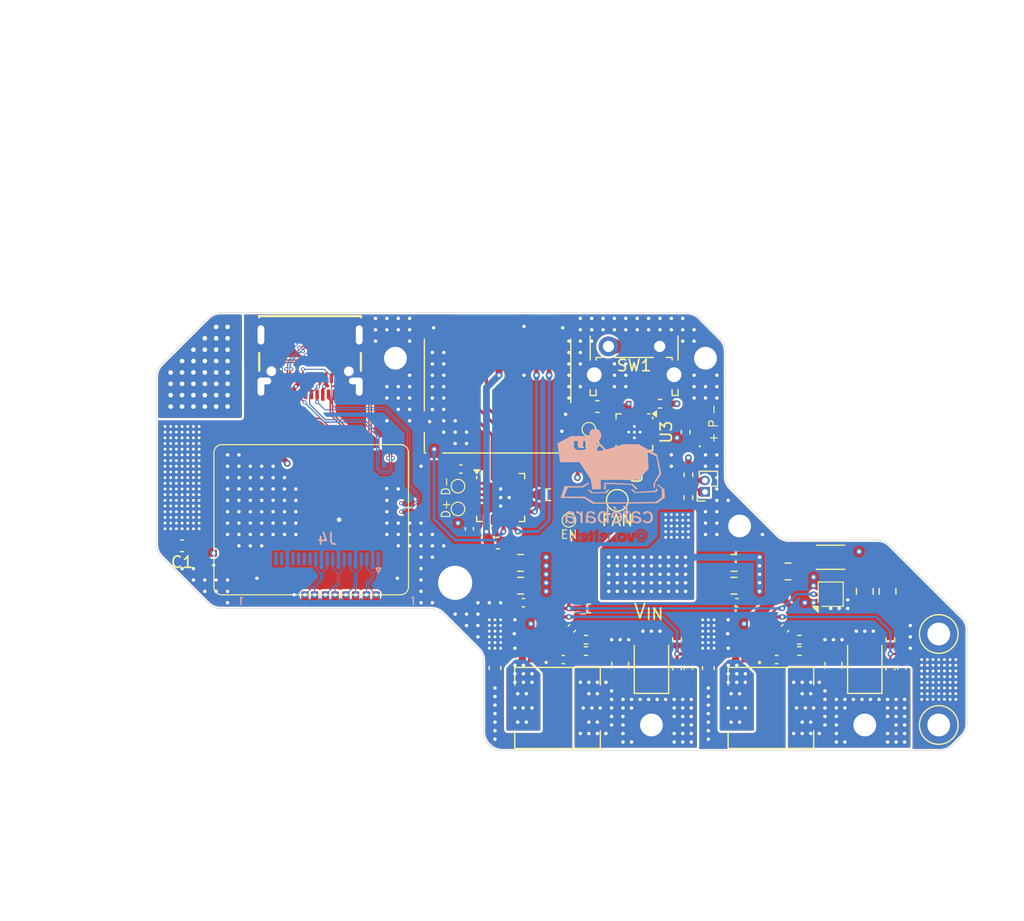
<source format=kicad_pcb>
(kicad_pcb (version 20241229) (generator "pcbnew") (generator_version "9.0")
  (layers (0 "F.Cu" signal) (4 "In1.Cu" signal) (6 "In2.Cu" signal) (2 "B.Cu" signal) (13 "F.Paste" user) (15 "B.Paste" user) (5 "F.SilkS" user "F.Silkscreen") (7 "B.SilkS" user "B.Silkscreen") (1 "F.Mask" user) (3 "B.Mask" user) (25 "Edge.Cuts" user))
  (net 0 "")
  (net 1 "GND")
  (net 2 "VBUS")
  (net 3 "VCC")
  (net 4 "Net-(U2-VDD)")
  (net 5 "+3.3V")
  (net 6 "SD_VCC")
  (net 7 "Net-(U2-SDREG)")
  (net 8 "SD_CLK")
  (net 9 "SD_D1")
  (net 10 "SD_D0")
  (net 11 "SD_CMD")
  (net 12 "SD_D2")
  (net 13 "SD_D3")
  (net 14 "SCL")
  (net 15 "SDA")
  (net 16 "D+")
  (net 17 "D-")
  (net 18 "/BQ_STAT")
  (net 21 "/PA0")
  (net 24 "FAN_PWM")
  (net 27 "/PowerButton")
  (net 28 "/LED")
  (net 29 "SD_DECT")
  (net 30 "TMDS1-")
  (net 35 "TX1-")
  (net 36 "TX1+")
  (net 37 "AUX-")
  (net 38 "TX2+")
  (net 39 "TX2-")
  (net 40 "RX1-")
  (net 41 "AUX+")
  (net 42 "RX1+")
  (net 43 "RX2-")
  (net 44 "RX2+")
  (net 45 "HPD")
  (net 46 "+3.3V_LDO")
  (net 47 "+1V0")
  (net 48 "Net-(U4-FB)")
  (net 49 "1V_VCC")
  (net 50 "1V_BST")
  (net 51 "1V_SS")
  (net 52 "1V15_VCC")
  (net 53 "1V15_BST")
  (net 54 "1V15_SS")
  (net 55 "+1V15")
  (net 56 "Net-(U5-FB)")
  (net 57 "Net-(U4-SW)")
  (net 58 "Net-(U5-SW)")
  (net 59 "Net-(Q1-D)")
  (net 60 "Net-(U4-MODE)")
  (net 61 "Net-(U4-CS)")
  (net 62 "Net-(U5-CS)")
  (net 63 "Net-(U5-MODE)")
  (net 64 "1V_PGOOD")
  (net 65 "EN")
  (net 66 "1V15_PGOOD")
  (net 69 "TMDS0-")
  (net 70 "TMDS0+")
  (net 71 "TMDS2+")
  (net 72 "+5V")
  (net 73 "TMDS1+")
  (net 74 "TMDSClk+")
  (net 75 "TMDSClk-")
  (net 77 "TMDS2-")
  (net 78 "/HDMI_SCL")
  (net 79 "/HDMI_SDA")
  (net 82 "Net-(L3-Pad2)")
  (net 83 "Net-(L3-Pad1)")
  (net 84 "3V3_PGOOD")
  (net 86 "CC2")
  (net 87 "CC1")
  (footprint "Resistor_SMD:R_0402_1005Metric" (layer "F.Cu") (at 110.5 57.75 -90)
    (property "Reference" "R2" (hide yes))
    (property "Value" "10k" (hide yes))
  )
  (footprint "Stormbreaker:GCT_USB4080-03-A_REVA1" (layer "F.Cu") (at 77.25 48 180)
    (property "Reference" "J2" (hide yes))
    (property "Value" "USB_C_Receptacle_USB2.0_14P" (hide yes))
    (fp_circle (center 3.4 1.35) (end 3.4 1.07) (stroke (width 0.01)) (fill no) (layer "Edge.Cuts"))
    (fp_circle (center -3.4 1.35) (end -3.4 1.07) (stroke (width 0.01)) (fill no) (layer "Edge.Cuts"))
  )
  (footprint "Connector_PinSocket_1.00mm:PinSocket_1x02_P1.00mm_Vertical" (layer "F.Cu") (at 111.96 57.25 180)
    (property "Reference" "J5" (hide yes))
    (property "Value" "I2C" (hide yes))
  )
  (footprint "Resistor_SMD:R_0402_1005Metric" (layer "F.Cu") (at 108 49.5)
    (property "Reference" "R5" (hide yes))
    (property "Value" "1k" (hide yes))
  )
  (footprint "Resistor_SMD:R_0402_1005Metric" (layer "F.Cu") (at 101.5 71.25 180)
    (property "Reference" "R9" (hide yes))
    (property "Value" "5.5k" (hide yes))
  )
  (footprint "Package_DFN_QFN:HVQFN-24-1EP_4x4mm_P0.5mm_EP2.5x2.5mm" (layer "F.Cu") (at 94 57.75)
    (property "Reference" "U2" (hide yes))
    (property "Value" "~")
  )
  (footprint "Stormbreaker:TestPoint_Pad_D1.0mm_Small" (layer "F.Cu") (at 90.25 56.75 -90)
    (property "Reference" "TP2" (hide yes))
    (property "Value" "D-")
  )
  (footprint "TestPoint:TestPoint_Plated_Hole_D2.0mm" (layer "F.Cu") (at 132.5 77.75 90)
    (property "Reference" "TP12" (hide yes))
    (property "Value" "GND" (hide yes))
  )
  (footprint "Stormbreaker:TestPoint_Pad_D1.0mm_Small" (layer "F.Cu") (at 90.25 58.75 -90)
    (property "Reference" "TP1" (hide yes))
    (property "Value" "D+")
  )
  (footprint "Capacitor_SMD:C_0805_2012Metric" (layer "F.Cu") (at 126 66 -90)
    (property "Reference" "C26" (hide yes))
    (property "Value" "47uF" (hide yes))
  )
  (footprint "Connector_Card:microSD_HC_Hirose_DM3D-SF" (layer "F.Cu") (at 93.73 48.05 180)
    (property "Reference" "J1" (hide yes))
    (property "Value" "Micro_SD_Card_Det2")
  )
  (footprint "Inductor_SMD:L_Sunlord_MWSA0624S" (layer "F.Cu") (at 99 76.25)
    (property "Reference" "L1" (hide yes))
    (property "Value" "1uH" (hide yes))
  )
  (footprint "Stormbreaker:TDA38826XUMA1" (layer "F.Cu") (at 115 70 90)
    (property "Reference" "U5" (hide yes))
    (property "Value" "TDA38826XUMA1" (hide yes))
  )
  (footprint "Button_Switch_THT:SW_Tactile_SPST_Angled_PTS645Vx58-2LFS" (layer "F.Cu") (at 103.475 44.4625)
    (property "Reference" "SW1")
    (property "Value" "SW_Push" (hide yes))
  )
  (footprint "Inductor_SMD:L_Murata_DFE201610P" (layer "F.Cu") (at 123 63)
    (property "Reference" "L3" (hide yes))
    (property "Value" "1uH")
  )
  (footprint "Capacitor_SMD:C_0402_1005Metric" (layer "F.Cu") (at 114.75 67 180)
    (property "Reference" "C22" (hide yes))
    (property "Value" "0.1uF" (hide yes))
  )
  (footprint "Resistor_SMD:R_0402_1005Metric" (layer "F.Cu") (at 110.25 52 -90)
    (property "Reference" "R3" (hide yes))
    (property "Value" "1k")
  )
  (footprint "Resistor_SMD:R_0402_1005Metric" (layer "F.Cu") (at 128.25 70.25 90)
    (property "Reference" "R13" (hide yes))
    (property "Value" "7.2k" (hide yes))
  )
  (footprint "Resistor_SMD:R_0402_1005Metric" (layer "F.Cu") (at 109.5 72.75 -90)
    (property "Reference" "R6" (hide yes))
    (property "Value" "2k" (hide yes))
  )
  (footprint "Resistor_SMD:R_0402_1005Metric" (layer "F.Cu") (at 120.25 71.25 180)
    (property "Reference" "R10" (hide yes))
    (property "Value" "5.5k" (hide yes))
  )
  (footprint "Stormbreaker:TestPoint_Pad_D1.0mm_Small" (layer "F.Cu") (at 101.75 51.75)
    (property "Reference" "TP10" (hide yes))
    (property "Value" "LED")
  )
  (footprint "Capacitor_SMD:C_0805_2012Metric" (layer "F.Cu") (at 95.75 65.5 180)
    (property "Reference" "C8" (hide yes))
    (property "Value" "47uF" (hide yes))
  )
  (footprint "Capacitor_SMD:C_0805_2012Metric" (layer "F.Cu") (at 123.25 72.5 90)
    (property "Reference" "C23" (hide yes))
    (property "Value" "47uF" (hide yes))
  )
  (footprint "Capacitor_SMD:C_0805_2012Metric" (layer "F.Cu") (at 128 66 -90)
    (property "Reference" "C25" (hide yes))
    (property "Value" "47uF" (hide yes))
  )
  (footprint "Capacitor_SMD:C_0603_1608Metric" (layer "F.Cu") (at 66 62 180)
    (property "Reference" "C1")
    (property "Value" "10uF" (hide yes))
  )
  (footprint "Capacitor_SMD:C_0805_2012Metric" (layer "F.Cu") (at 114.5 65.5 180)
    (property "Reference" "C17" (hide yes))
    (property "Value" "47uF" (hide yes))
  )
  (footprint "TestPoint:TestPoint_Plated_Hole_D2.0mm" (layer "F.Cu") (at 84.75 45.5)
    (property "Reference" "REF**" (hide yes))
    (property "Value" "TestPoint_Plated_Hole_D2.0mm" (hide yes))
  )
  (footprint "Resistor_SMD:R_0402_1005Metric" (layer "F.Cu") (at 120.25 70.25 180)
    (property "Reference" "R11" (hide yes))
    (property "Value" "60k" (hide yes))
  )
  (footprint "Capacitor_SMD:C_0402_1005Metric" (layer "F.Cu") (at 129.25 72.75 -90)
    (property "Reference" "C21" (hide yes))
    (property "Value" "220pF" (hide yes))
  )
  (footprint "Capacitor_SMD:C_0402_1005Metric" (layer "F.Cu") (at 99.5 72)
    (property "Reference" "C13" (hide yes))
    (property "Value" "0.1uF" (hide yes))
  )
  (footprint "Resistor_SMD:R_0402_1005Metric" (layer "F.Cu") (at 128.25 72.75 -90)
    (property "Reference" "R12" (hide yes))
    (property "Value" "2k" (hide yes))
  )
  (footprint "Capacitor_SMD:C_0603_1608Metric" (layer "F.Cu") (at 93.5 72.75 -90)
    (property "Reference" "C12" (hide yes))
    (property "Value" "2.2uF" (hide yes))
  )
  (footprint "TestPoint:TestPoint_Pad_D1.5mm" (layer "F.Cu") (at 104.25 58)
    (property "Reference" "TP4" (hide yes))
    (property "Value" "FAN")
  )
  (footprint "Resistor_SMD:R_0402_1005Metric" (layer "F.Cu") (at 110.5 55.75 90)
    (property "Reference" "R1" (hide yes))
    (property "Value" "10k" (hide yes))
  )
  (footprint "Package_TO_SOT_SMD:SOT-523" (layer "F.Cu") (at 104.25 55.5 -90)
    (property "Reference" "Q1")
    (property "Value" "NMOS" (hide yes))
  )
  (footprint "Capacitor_Tantalum_SMD:CP_EIA-3528-15_AVX-H" (layer "F.Cu") (at 126 72.5 90)
    (property "Reference" "C24" (hide yes))
    (property "Value" "330uF" (hide yes))
  )
  (footprint "Capacitor_SMD:C_0402_1005Metric" (layer "F.Cu") (at 100.25 69.25 45)
    (property "Reference" "C14" (hide yes))
    (property "Value" "140nF" (hide yes))
  )
  (footprint "Stormbreaker:melonHD_SMT" (layer "F.Cu") (at 77.5 59.5 90)
    (property "Reference" "U1" (hide yes))
    (property "Value" "~" (hide yes))
  )
  (footprint "TestPoint:TestPoint_Plated_Hole_D2.0mm" (layer "F.Cu") (at 112 45.5)
    (property "Reference" "REF**" (hide yes))
    (property "Value" "TestPoint_Plated_Hole_D2.0mm" (hide yes))
  )
  (footprint "Stormbreaker:TDA38826XUMA1" (layer "F.Cu") (at 96.25 70 90)
    (property "Reference" "U4" (hide yes))
    (property "Value" "TDA38826XUMA1" (hide yes))
  )
  (footprint "Capacitor_SMD:C_0603_1608Metric" (layer "F.Cu") (at 93.75 61.75)
    (property "Reference" "C5" (hide yes))
    (property "Value" "4.7μF" (hide yes))
  )
  (footprint "Capacitor_SMD:C_0402_1005Metric" (layer "F.Cu") (at 91.25 60.5 -90)
    (property "Reference" "C4" (hide yes))
    (property "Value" "4.7μF" (hide yes))
  )
  (footprint "TestPoint:TestPoint_Plated_Hole_D2.0mm" (layer "F.Cu") (at 107.25 77.75 90)
    (property "Reference" "TP8" (hide yes))
    (property "Value" "+1V" (hide yes))
  )
  (footprint "Package_DFN_QFN:VQFN-20-1EP_3x3mm_P0.4mm_EP1.7x1.7mm" (layer "F.Cu") (at 105.75 52 -90)
    (property "Reference" "U3")
    (property "Value" "ATtiny1616-M" (hide yes))
  )
  (footprint "Resistor_SMD:R_0402_1005Metric" (layer "F.Cu") (at 101.5 70.25 180)
    (property "Reference" "R8" (hide yes))
    (property "Value" "60k" (hide yes))
  )
  (footprint "Capacitor_SMD:C_0805_2012Metric" (layer "F.Cu") (at 119.25 64.25 180)
    (property "Reference" "C27" (hide yes))
    (property "Value" "22uF" (hide yes))
  )
  (footprint "Resistor_SMD:R_0402_1005Metric" (layer "F.Cu") (at 109.5 70.25 90)
    (property "Reference" "R7" (hide yes))
    (property "Value" "18k" (hide yes))
  )
  (footprint "Resistor_SMD:R_0402_1005Metric" (layer "F.Cu") (at 101.75 67.5)
    (property "Reference" "R4" (hide yes))
    (property "Value" "100k" (hide yes))
  )
  (footprint "Stormbreaker:TestPoint_Pad_D1.0mm_Small" (layer "F.Cu") (at 100 59.75)
    (property "Reference" "TP3" (hide yes))
    (property "Value" "EN")
  )
  (footprint "Capacitor_SMD:C_0603_1608Metric" (layer "F.Cu") (at 112.25 72.75 -90)
    (property "Reference" "C18" (hide yes))
    (property "Value" "2.2uF" (hide yes))
  )
  (footprint "Capacitor_SMD:C_0603_1608Metric" (layer "F.Cu") (at 98.25 57.5)
    (property "Reference" "C6" (hide yes))
    (property "Value" "1μF" (hide yes))
  )
  (footprint "Capacitor_SMD:C_0402_1005Metric" (layer "F.Cu") (at 90.5 55.25 180)
    (property "Reference" "C3" (hide yes))
    (property "Value" "1μF" (hide yes))
  )
  (footprint "Stormbreaker:UPDI Pads" (layer "F.Cu") (at 111.5 51.25 90)
    (property "Reference" "J3" (hide yes))
    (property "Value" "PROG" (hide yes))
  )
  (footprint "Capacitor_SMD:C_0805_2012Metric" (layer "F.Cu") (at 95.75 63.5 180)
    (property "Reference" "C7" (hide yes))
    (property "Value" "47uF" (hide yes))
  )
  (footprint "Capacitor_SMD:C_0805_2012Metric" (layer "F.Cu") (at 114.5 63.5 180)
    (property "Reference" "C16" (hide yes))
    (property "Value" "47uF" (hide yes))
  )
  (footprint "TestPoint:TestPoint_Plated_Hole_D2.0mm" (layer "F.Cu") (at 126 77.75 90)
    (property "Reference" "TP9" (hide yes))
    (property "Value" "+1.15V" (hide yes))
  )
  (footprint "Capacitor_SMD:C_0402_1005Metric" (layer "F.Cu") (at 118.25 72)
    (property "Reference" "C19" (hide yes))
    (property "Value" "0.1uF" (hide yes))
  )
  (footprint "TestPoint:TestPoint_Plated_Hole_D3.0mm" (layer "F.Cu") (at 90 65.25)
    (property "Reference" "REF**" (hide yes))
    (property "Value" "TestPoint_Plated_Hole_D3.0mm" (hide yes))
  )
  (footprint "Capacitor_Tantalum_SMD:CP_EIA-3528-15_AVX-H" (layer "F.Cu") (at 107.25 72.5 90)
    (property "Reference" "C10" (hide yes))
    (property "Value" "330uF" (hide yes))
  )
  (footprint "Capacitor_SMD:C_0402_1005Metric" (layer "F.Cu") (at 110.5 72.75 -90)
    (property "Reference" "C11" (hide yes))
    (property "Value" "220pF" (hide yes))
  )
  (footprint "TestPoint:TestPoint_Plated_Hole_D2.0mm" (layer "F.Cu") (at 132.5 69.75 90)
    (property "Reference" "TP11" (hide yes))
    (property "Value" "GND" (hide yes))
  )
  (footprint "Inductor_SMD:L_Sunlord_MWSA0624S" (layer "F.Cu") (at 117.75 76.25)
    (property "Reference" "L2" (hide yes))
    (property "Value" "1uH" (hide yes))
  )
  (footprint "TestPoint:TestPoint_Plated_Hole_D2.0mm" (layer "F.Cu") (at 115 60.25)
    (property "Reference" "REF**" (hide yes))
    (property "Value" "TestPoint_Plated_Hole_D2.0mm" (hide yes))
  )
  (footprint "Capacitor_SMD:C_0402_1005Metric" (layer "F.Cu") (at 119 69.25 45)
    (property "Reference" "C20" (hide yes))
    (property "Value" "140nF" (hide yes))
  )
  (footprint "Capacitor_SMD:C_0805_2012Metric" (layer "F.Cu") (at 104.5 72.5 90)
    (property "Reference" "C9" (hide yes))
    (property "Value" "47uF" (hide yes))
  )
  (footprint "Package_CSP:WLCSP-20_1.994x1.94mm_Layout4x5_P0.4mm" (layer "F.Cu") (at 123 66.25 90)
    (property "Reference" "U6" (hide yes))
    (property "Value" "FAN49100AUC330X" (hide yes))
  )
  (footprint "Capacitor_SMD:C_0402_1005Metric" (layer "F.Cu") (at 96 67 180)
    (property "Reference" "C15" (hide yes))
    (property "Value" "0.1uF" (hide yes))
  )
  (footprint "Capacitor_SMD:C_0603_1608Metric" (layer "F.Cu") (at 102.5 49.75 180)
    (property "Reference" "C2" (hide yes))
    (property "Value" "0.1uF" (hide yes))
  )
  (footprint "Connector_FFC-FPC:TE_1-1734839-9_1x19-1MP_P0.5mm_Horizontal" (layer "B.Cu") (at 78.75 64.5 180)
    (property "Reference" "J4")
    (property "Value" "505278-1933")
  )
  (gr_poly (pts (xy 103.313748 57.346875) (xy 101.964373 57.386562) (xy 101.646874 57.069062) (xy 101.845311 57.069062) (xy 102.083436 57.307188) (xy 103.194686 57.2675) (xy 103.432811 57.029375) (xy 103.591561 57.029375)) (fill yes) (layer "B.SilkS"))
  (gr_poly (pts (xy 101.249999 56.870625) (xy 99.900624 56.870625) (xy 99.583124 57.664375) (xy 100.476092 57.664375) (xy 101.369061 57.664375) (xy 102.242186 58.180312) (xy 103.274061 58.180312) (xy 107.599998 58.140625) (xy 108.155624 57.74375) (xy 108.155624 56.95) (xy 107.679372 56.6325) (xy 107.87781 56.6325) (xy 108.393748 57.029375) (xy 108.433436 57.74375) (xy 107.758747 58.259687) (xy 102.083436 58.299375) (xy 101.369061 57.823125) (xy 99.265624 57.783437) (xy 99.622811 56.751563) (xy 101.170623 56.751563) (xy 101.607186 56.47375) (xy 101.845311 56.47375)) (fill yes) (layer "B.SilkS"))
  (gr_poly (pts (xy 107.679372 57.2675) (xy 105.774373 57.346875) (xy 105.417185 57.029375) (xy 105.615623 57.029375) (xy 105.853748 57.2675) (xy 107.56031 57.148437) (xy 107.679372 56.989687) (xy 107.838122 56.989687)) (fill yes) (layer "B.SilkS"))
  (gr_poly (pts (xy 105.615623 56.553125) (xy 106.091873 57.029375) (xy 105.893435 57.029375) (xy 105.49656 56.6325) (xy 103.234373 56.553125) (xy 103.234373 57.029375) (xy 103.075623 57.029375) (xy 103.115311 56.434062)) (fill yes) (layer "B.SilkS"))
  (gr_poly (pts (xy 102.357959 51.712283) (xy 102.392758 51.71532) (xy 102.425988 51.720276) (xy 102.457677 51.727064) (xy 102.487854 51.735595) (xy 102.516549 51.745784) (xy 102.54379 51.757542) (xy 102.569608 51.770782) (xy 102.59403 51.785418) (xy 102.617085 51.801362) (xy 102.638804 51.818526) (xy 102.659215 51.836825) (xy 102.678346 51.856169) (xy 102.696228 51.876473) (xy 102.712889 51.897649) (xy 102.728358 51.91961) (xy 102.742664 51.942269) (xy 102.755836 51.965538) (xy 102.778897 52.013558) (xy 102.797772 52.062974) (xy 102.812693 52.113087) (xy 102.823894 52.1632) (xy 102.831607 52.212616) (xy 102.836064 52.260636) (xy 102.837498 52.306563) (xy 102.836587 52.339356) (xy 102.833932 52.370774) (xy 102.82965 52.400842) (xy 102.823855 52.429579) (xy 102.816666 52.457008) (xy 102.808198 52.483151) (xy 102.798566 52.50803) (xy 102.787889 52.531666) (xy 102.776281 52.554081) (xy 102.763859 52.575297) (xy 102.75074 52.595335) (xy 102.737039 52.614219) (xy 102.722873 52.631968) (xy 102.708359 52.648606) (xy 102.693612 52.664154) (xy 102.678748 52.678633) (xy 102.663885 52.692066) (xy 102.649138 52.704475) (xy 102.620457 52.726305) (xy 102.593637 52.744298) (xy 102.569608 52.758629) (xy 102.549299 52.769471) (xy 102.533641 52.777) (xy 102.519998 52.782813) (xy 103.274061 53.536875) (xy 104.782186 53.060626) (xy 106.13156 53.060626) (xy 107.758747 53.973438) (xy 108.115935 55.68) (xy 107.56031 56.513437) (xy 107.56031 56.910312) (xy 107.441247 56.910312) (xy 107.441247 56.513437) (xy 107.957185 55.600625) (xy 107.679372 54.132188) (xy 106.92531 53.775) (xy 107.004685 55.243438) (xy 106.052185 56.195938) (xy 102.797811 56.195938) (xy 102.797811 57.029375) (xy 102.043748 57.029375) (xy 101.924686 56.195938) (xy 100.932499 54.648125) (xy 99.225936 54.648125) (xy 99.084195 53.655938) (xy 102.480311 53.655938) (xy 103.075623 53.576563) (xy 102.480311 52.98125) (xy 102.480311 53.655938) (xy 99.084195 53.655938) (xy 99.027499 53.259063) (xy 100.456249 53.259063) (xy 100.456941 53.280925) (xy 100.459 53.30187) (xy 100.462397 53.321915) (xy 100.467101 53.341073) (xy 100.473084 53.35936) (xy 100.480317 53.376788) (xy 100.488771 53.393374) (xy 100.498417 53.409131) (xy 100.509225 53.424075) (xy 100.521167 53.438219) (xy 100.534214 53.451578) (xy 100.548336 53.464167) (xy 100.563505 53.476) (xy 100.579691 53.487092) (xy 100.614999 53.50711) (xy 100.654027 53.524337) (xy 100.696544 53.538891) (xy 100.742317 53.550886) (xy 100.791112 53.56044) (xy 100.842698 53.567668) (xy 100.896842 53.572687) (xy 100.953311 53.575613) (xy 101.011874 53.576563) (xy 101.070436 53.575613) (xy 101.126905 53.572687) (xy 101.181049 53.567668) (xy 101.207176 53.564337) (xy 101.232635 53.56044) (xy 101.257396 53.555961) (xy 101.281431 53.550886) (xy 101.304709 53.545201) (xy 101.327203 53.538891) (xy 101.348883 53.531941) (xy 101.36972 53.524337) (xy 101.389685 53.516065) (xy 101.408748 53.50711) (xy 101.426882 53.497457) (xy 101.444056 53.487092) (xy 101.460242 53.476) (xy 101.475411 53.464167) (xy 101.489533 53.451578) (xy 101.50258 53.438219) (xy 101.514522 53.424075) (xy 101.525331 53.409131) (xy 101.534976 53.393374) (xy 101.54343 53.376788) (xy 101.550663 53.35936) (xy 101.556646 53.341073) (xy 101.561351 53.321915) (xy 101.564747 53.30187) (xy 101.566806 53.280925) (xy 101.567499 53.259063) (xy 101.567499 52.782813) (xy 101.249999 52.782813) (xy 101.249999 53.179688) (xy 101.249766 53.194225) (xy 101.249068 53.208078) (xy 101.247906 53.221263) (xy 101.246278 53.233793) (xy 101.244185 53.245685) (xy 101.241627 53.256951) (xy 101.238604 53.267607) (xy 101.235116 53.277667) (xy 101.231162 53.287145) (xy 101.226744 53.296057) (xy 101.221861 53.304416) (xy 101.216512 53.312238) (xy 101.210699 53.319537) (xy 101.20442 53.326326) (xy 101.197676 53.332622) (xy 101.190467 53.338438) (xy 101.182793 53.343789) (xy 101.174654 53.348689) (xy 101.16605 53.353154) (xy 101.156981 53.357197) (xy 101.147447 53.360832) (xy 101.137447 53.364076) (xy 101.116053 53.369444) (xy 101.092799 53.373417) (xy 101.067684 53.37611) (xy 101.040709 53.377641) (xy 101.011874 53.378126) (xy 100.983038 53.377641) (xy 100.956063 53.37611) (xy 100.930948 53.373417) (xy 100.919089 53.371597) (xy 100.907694 53.369444) (xy 100.896764 53.366942) (xy 100.8863 53.364076) (xy 100.876301 53.360832) (xy 100.866766 53.357197) (xy 100.857697 53.353154) (xy 100.849093 53.348689) (xy 100.840954 53.343789) (xy 100.83328 53.338438) (xy 100.826071 53.332622) (xy 100.819327 53.326326) (xy 100.813049 53.319537) (xy 100.807235 53.312238) (xy 100.801886 53.304416) (xy 100.797003 53.296057) (xy 100.792585 53.287145) (xy 100.788631 53.277667) (xy 100.785143 53.267607) (xy 100.78212 53.256951) (xy 100.779562 53.245685) (xy 100.777469 53.233793) (xy 100.775842 53.221263) (xy 100.774679 53.208078) (xy 100.773981 53.194225) (xy 100.773749 53.179688) (xy 100.773749 52.782813) (xy 100.456249 52.782813) (xy 100.456249 53.259063) (xy 99.027499 53.259063) (xy 98.987811 52.98125) (xy 100.178436 52.346251) (xy 101.845311 52.346251) (xy 101.843606 52.344235) (xy 101.83911 52.337569) (xy 101.832754 52.325322) (xy 101.829169 52.316815) (xy 101.825467 52.306563) (xy 101.821766 52.294452) (xy 101.818181 52.280363) (xy 101.814828 52.264182) (xy 101.811825 52.245792) (xy 101.809286 52.225076) (xy 101.807329 52.201918) (xy 101.806069 52.176203) (xy 101.805623 52.147813) (xy 101.807494 52.103669) (xy 101.813142 52.060687) (xy 101.822628 52.0191) (xy 101.828828 51.998903) (xy 101.836009 51.979141) (xy 101.844179 51.959845) (xy 101.853343 51.941043) (xy 101.863511 51.922764) (xy 101.874689 51.905037) (xy 101.886884 51.887892) (xy 101.900104 51.871357) (xy 101.914356 51.855462) (xy 101.929647 51.840235) (xy 101.945984 51.825706) (xy 101.963375 51.811904) (xy 101.981828 51.798857) (xy 102.001348 51.786595) (xy 102.021944 51.775147) (xy 102.043622 51.764542) (xy 102.066391 51.754809) (xy 102.090257 51.745977) (xy 102.115228 51.738076) (xy 102.14131 51.731133) (xy 102.168512 51.725179) (xy 102.19684 51.720242) (xy 102.226301 51.716352) (xy 102.256904 51.713537) (xy 102.288655 51.711827) (xy 102.321561 51.711251)) (fill yes) (layer "B.SilkS"))
  (gr_line (start 92.06066 71.06066) (end 88.93934 67.93934) (stroke (width 0.05)) (layer "Edge.Cuts"))
  (gr_arc (start 69.37132 67.5) (mid 68.797295 67.385819) (end 68.31066 67.06066) (stroke (width 0.05)) (layer "Edge.Cuts"))
  (gr_line (start 64.18934 46.06066) (end 68.31066 41.93934) (stroke (width 0.05)) (layer "Edge.Cuts"))
  (gr_line (start 69.37132 41.5) (end 110.37868 41.5) (stroke (width 0.05)) (layer "Edge.Cuts"))
  (gr_line (start 119.37132 61.5) (end 127.12868 61.5) (stroke (width 0.05)) (layer "Edge.Cuts"))
  (gr_arc (start 87.87868 67.5) (mid 88.452705 67.614181) (end 88.93934 67.93934) (stroke (width 0.05)) (layer "Edge.Cuts"))
  (gr_line (start 68.31066 67.06066) (end 64.18934 62.93934) (stroke (width 0.05)) (layer "Edge.Cuts"))
  (gr_line (start 134.56066 78.68934) (end 133.68934 79.56066) (stroke (width 0.05)) (layer "Edge.Cuts"))
  (gr_arc (start 133.68934 79.56066) (mid 133.202705 79.885819) (end 132.62868 80) (stroke (width 0.05)) (layer "Edge.Cuts"))
  (gr_arc (start 127.12868 61.5) (mid 127.702709 61.614174) (end 128.18934 61.93934) (stroke (width 0.05)) (layer "Edge.Cuts"))
  (gr_line (start 132.62868 80) (end 94.12132 80) (stroke (width 0.05)) (layer "Edge.Cuts"))
  (gr_arc (start 114.18934 56.93934) (mid 113.864187 56.452704) (end 113.75 55.87868) (stroke (width 0.05)) (layer "Edge.Cuts"))
  (gr_line (start 128.18934 61.93934) (end 134.56066 68.31066) (stroke (width 0.05)) (layer "Edge.Cuts"))
  (gr_line (start 92.5 78.37868) (end 92.5 72.12132) (stroke (width 0.05)) (layer "Edge.Cuts"))
  (gr_arc (start 63.75 47.12132) (mid 63.864181 46.547295) (end 64.18934 46.06066) (stroke (width 0.05)) (layer "Edge.Cuts"))
  (gr_line (start 93.06066 79.56066) (end 92.93934 79.43934) (stroke (width 0.05)) (layer "Edge.Cuts"))
  (gr_arc (start 68.31066 41.93934) (mid 68.797296 41.614187) (end 69.37132 41.5) (stroke (width 0.05)) (layer "Edge.Cuts"))
  (gr_arc (start 92.06066 71.06066) (mid 92.385819 71.547295) (end 92.5 72.12132) (stroke (width 0.05)) (layer "Edge.Cuts"))
  (gr_line (start 111.43934 41.93934) (end 113.31066 43.81066) (stroke (width 0.05)) (layer "Edge.Cuts"))
  (gr_arc (start 92.93934 79.43934) (mid 92.614187 78.952704) (end 92.5 78.37868) (stroke (width 0.05)) (layer "Edge.Cuts"))
  (gr_arc (start 134.56066 68.31066) (mid 134.885819 68.797295) (end 135 69.37132) (stroke (width 0.05)) (layer "Edge.Cuts"))
  (gr_arc (start 64.18934 62.93934) (mid 63.864187 62.452704) (end 63.75 61.87868) (stroke (width 0.05)) (layer "Edge.Cuts"))
  (gr_line (start 113.75 44.87132) (end 113.75 55.87868) (stroke (width 0.05)) (layer "Edge.Cuts"))
  (gr_line (start 135 69.37132) (end 135 77.62868) (stroke (width 0.05)) (layer "Edge.Cuts"))
  (gr_line (start 63.75 61.87868) (end 63.75 47.12132) (stroke (width 0.05)) (layer "Edge.Cuts"))
  (gr_arc (start 113.31066 43.81066) (mid 113.635813 44.297296) (end 113.75 44.87132) (stroke (width 0.05)) (layer "Edge.Cuts"))
  (gr_arc (start 135 77.62868) (mid 134.885826 78.202709) (end 134.56066 78.68934) (stroke (width 0.05)) (layer "Edge.Cuts"))
  (gr_line (start 114.18934 56.93934) (end 118.31066 61.06066) (stroke (width 0.05)) (layer "Edge.Cuts"))
  (gr_arc (start 110.37868 41.5) (mid 110.952705 41.614181) (end 111.43934 41.93934) (stroke (width 0.05)) (layer "Edge.Cuts"))
  (gr_arc (start 119.37132 61.5) (mid 118.797295 61.385819) (end 118.31066 61.06066) (stroke (width 0.05)) (layer "Edge.Cuts"))
  (gr_line (start 87.87868 67.5) (end 69.37132 67.5) (stroke (width 0.05)) (layer "Edge.Cuts"))
  (gr_arc (start 94.12132 80) (mid 93.547291 79.885826) (end 93.06066 79.56066) (stroke (width 0.05)) (layer "Edge.Cuts"))
  (gr_text "@voxeltek" (at 103.5 61.25 0) (layer "B.Cu" knockout) (effects (font (size 1 1) (thickness 0.2) (bold yes)) (justify mirror)))
  (gr_text "-" (at 112.25 50 90) (layer "F.SilkS") (effects (font (size 0.75 0.75) (thickness 0.1)) (justify top)))
  (gr_text "+" (at 112.25 52.5 90) (layer "F.SilkS") (effects (font (size 0.75 0.75) (thickness 0.1)) (justify top)))
  (gr_text "P" (at 112.25 51.25 90) (layer "F.SilkS") (effects (font (size 0.75 0.75) (thickness 0.1)) (justify top)))
  (gr_text "V_{IN}" (at 107 67.75 0) (layer "F.SilkS") (effects (font (size 1.25 1.25))))
  (gr_text "cafébara" (at 103.5 58.5 0) (layer "B.SilkS") (effects (font (size 1.5 1.5) (thickness 0.1)) (justify top mirror)))
  (via (at 112 49) (size 0.6) (drill 0.3) (layers "F.Cu" "B.Cu") (net 1))
  (via (at 66 57.5) (size 0.5) (drill 0.25) (layers "F.Cu" "B.Cu") (net 1))
  (via (at 94 58.5) (size 0.6) (drill 0.3) (layers "F.Cu" "B.Cu") (net 1))
  (via (at 67.5 52.5) (size 0.5) (drill 0.25) (layers "F.Cu" "B.Cu") (net 1))
  (via (at 84 51) (size 0.6) (drill 0.3) (layers "F.Cu" "B.Cu") (net 1))
  (via (at 113.95 69.725) (size 0.6) (drill 0.3) (layers "F.Cu" "B.Cu") (net 1))
  (via (at 67 55.5) (size 0.5) (drill 0.25) (layers "F.Cu" "B.Cu") (net 1))
  (via (at 101 45) (size 0.6) (drill 0.3) (layers "F.Cu" "B.Cu") (net 1))
  (via (at 86 61) (size 0.6) (drill 0.3) (layers "F.Cu" "B.Cu") (net 1))
  (via (at 65 60.5) (size 0.5) (drill 0.25) (layers "F.Cu" "B.Cu") (net 1))
  (via (at 66 52) (size 0.5) (drill 0.25) (layers "F.Cu" "B.Cu") (net 1))
  (via (at 105.25 52) (size 0.5) (drill 0.25) (layers "F.Cu" "B.Cu") (net 1))
  (via (at 66 54) (size 0.5) (drill 0.25) (layers "F.Cu" "B.Cu") (net 1))
  (via (at 125.25 69.5) (size 0.6) (drill 0.3) (layers "F.Cu" "B.Cu") (net 1))
  (via (at 131 74.5) (size 0.5) (drill 0.25) (layers "F.Cu" "B.Cu") (net 1))
  (via (at 103 42) (size 0.6) (drill 0.3) (layers "F.Cu" "B.Cu") (net 1))
  (via (at 103 43) (size 0.6) (drill 0.3) (layers "F.Cu" "B.Cu") (net 1))
  (via (at 134 74.5) (size 0.5) (drill 0.25) (layers "F.Cu" "B.Cu") (net 1))
  (via (at 134 74) (size 0.5) (drill 0.25) (layers "F.Cu" "B.Cu") (net 1))
  (via (at 84 42) (size 0.6) (drill 0.3) (layers "F.Cu" "B.Cu") (net 1))
  (via (at 79.8 59.7) (size 0.8) (drill 0.4) (layers "F.Cu" "B.Cu") (net 1))
  (via (at 93.5 76) (size 0.6) (drill 0.3) (layers "F.Cu" "B.Cu") (net 1))
  (via (at 87 62) (size 0.6) (drill 0.3) (layers "F.Cu" "B.Cu") (net 1))
  (via (at 112.25 76.75) (size 0.6) (drill 0.3) (layers "F.Cu" "B.Cu") (net 1))
  (via (at 67 64) (size 0.6) (drill 0.3) (layers "F.Cu" "B.Cu") (net 1))
  (via (at 64.5 52.5) (size 0.5) (drill 0.25) (layers "F.Cu" "B.Cu") (net 1))
  (via (at 93 70) (size 0.5) (drill 0.25) (layers "F.Cu" "B.Cu") (net 1))
  (via (at 93 67) (size 0.6) (drill 0.3) (layers "F.Cu" "B.Cu") (net 1))
  (via (at 113 55) (size 0.6) (drill 0.3) (layers "F.Cu" "B.Cu") (net 1))
  (via (at 131 73) (size 0.5) (drill 0.25) (layers "F.Cu" "B.Cu") (net 1))
  (via (at 74 56) (size 0.6) (drill 0.3) (layers "F.Cu" "B.Cu") (net 1))
  (via (at 134 75) (size 0.5) (drill 0.25) (layers "F.Cu" "B.Cu") (net 1))
  (via (at 91 52) (size 0.6) (drill 0.3) (layers "F.Cu" "B.Cu") (net 1))
  (via (at 67 54.5) (size 0.5) (drill 0.25) (layers "F.Cu" "B.Cu") (net 1))
  (via (at 99.705 50.425) (size 0.6) (drill 0.3) (layers "F.Cu" "B.Cu") (net 1))
  (via (at 132 72.5) (size 0.5) (drill 0.25) (layers "F.Cu" "B.Cu") (net 1))
  (via (at 65 57.5) (size 0.5) (drill 0.25) (layers "F.Cu" "B.Cu") (net 1))
  (via (at 131.5 72) (size 0.5) (drill 0.25) (layers "F.Cu" "B.Cu") (net 1))
  (via (at 88 62) (size 0.6) (drill 0.3) (layers "F.Cu" "B.Cu") (net 1))
  (via (at 132.5 73) (size 0.5) (drill 0.25) (layers "F.Cu" "B.Cu") (net 1))
  (via (at 105.75 52.5) (size 0.5) (drill 0.25) (layers "F.Cu" "B.Cu") (net 1))
  (via (at 84 61) (size 0.6) (drill 0.3) (layers "F.Cu" "B.Cu") (net 1))
  (via (at 94 69.5) (size 0.5) (drill 0.25) (layers "F.Cu" "B.Cu") (net 1))
  (via (at 90 52) (size 0.6) (drill 0.3) (layers "F.Cu" "B.Cu") (net 1))
  (via (at 123.25 70.25) (size 0.6) (drill 0.3) (layers "F.Cu" "B.Cu") (net 1))
  (via (at 84 48) (size 0.6) (drill 0.3) (layers "F.Cu" "B.Cu") (net 1))
  (via (at 67 53) (size 0.5) (drill 0.25) (layers "F.Cu" "B.Cu") (net 1))
  (via (at 94.75 57.75) (size 0.6) (drill 0.3) (layers "F.Cu" "B.Cu") (net 1))
  (via (at 65.5 52.5) (size 0.5) (drill 0.25) (layers "F.Cu" "B.Cu") (net 1))
  (via (at 101 43) (size 0.6) (drill 0.3) (layers "F.Cu" "B.Cu") (net 1))
  (via (at 131 72.5) (size 0.5) (drill 0.25) (layers "F.Cu" "B.Cu") (net 1))
  (via (at 131 72) (size 0.5) (drill 0.25) (layers "F.Cu" "B.Cu") (net 1))
  (via (at 104 42) (size 0.6) (drill 0.3) (layers "F.Cu" "B.Cu") (net 1))
  (via (at 132 72) (size 0.5) (drill 0.25) (layers "F.Cu" "B.Cu") (net 1))
  (via (at 131 73.5) (size 0.5) (drill 0.25) (layers "F.Cu" "B.Cu") (net 1))
  (via (at 113 49) (size 0.6) (drill 0.3) (layers "F.Cu" "B.Cu") (net 1))
  (via (at 132 75.5) (size 0.5) (drill 0.25) (layers "F.Cu" "B.Cu") (net 1))
  (via (at 87 66) (size 0.6) (drill 0.3) (layers "F.Cu" "B.Cu") (net 1))
  (via (at 64.5 59.5) (size 0.5) (drill 0.25) (layers "F.Cu" "B.Cu") (net 1))
  (via (at 67.5 53.5) (size 0.5) (drill 0.25) (layers "F.Cu" "B.Cu") (net 1))
  (via (at 85 62) (size 0.6) (drill 0.3) (layers "F.Cu" "B.Cu") (net 1))
  (via (at 89 62) (size 0.6) (drill 0.3) (layers "F.Cu" "B.Cu") (net 1))
  (via (at 133 72.5) (size 0.5) (drill 0.25) (layers "F.Cu" "B.Cu") (net 1))
  (via (at 111.75 69) (size 0.5) (drill 0.25) (layers "F.Cu" "B.Cu") (net 1))
  (via (at 133 73.5) (size 0.5) (drill 0.25) (layers "F.Cu" "B.Cu") (net 1))
  (via (at 65.5 57.5) (size 0.5) (drill 0.25) (layers "F.Cu" "B.Cu") (net 1))
  (via (at 65 55.5) (size 0.5) (drill 0.25) (layers "F.Cu" "B.Cu") (net 1))
  (via (at 70 65) (size 0.6) (drill 0.3) (layers "F.Cu" "B.Cu") (net 1))
  (via (at 91 53) (size 0.6) (drill 0.3) (layers "F.Cu" "B.Cu") (net 1))
  (via (at 88 63) (size 0.6) (drill 0.3) (layers "F.Cu" "B.Cu") (net 1))
  (via (at 65 52.5) (size 0.5) (drill 0.25) (layers "F.Cu" "B.Cu") (net 1))
  (via (at 101 44) (size 0.6) (drill 0.3) (layers "F.Cu" "B.Cu") (net 1))
  (via (at 66 58) (size 0.5) (drill 0.25) (layers "F.Cu" "B.Cu") (net 1))
  (via (at 75.965065 44.266434) (size 0.35) (drill 0.2) (layers "F.Cu" "B.Cu") (net 1))
  (via (at 65 56.5) (size 0.5) (drill 0.25) (layers "F.Cu" "B.Cu") (net 1))
  (via (at 66.5 59.5) (size 0.5) (drill 0.25) (layers "F.Cu" "B.Cu") (net 1))
  (via (at 65.5 59) (size 0.5) (drill 0.25) (layers "F.Cu" "B.Cu") (net 1))
  (via (at 112 55) (size 0.6) (drill 0.3) (layers "F.Cu" "B.Cu") (net 1))
  (via (at 94 67) (size 0.6) (drill 0.3) (layers "F.Cu" "B.Cu") (net 1))
  (via (at 65 59.5) (size 0.5) (drill 0.25) (layers "F.Cu" "B.Cu") (net 1))
  (via (at 112.25 68.5) (size 0.5) (drill 0.25) (layers "F.Cu" "B.Cu") (net 1))
  (via (at 111.75 70) (size 0.5) (drill 0.25) (layers "F.Cu" "B.Cu") (net 1))
  (via (at 66.5 54) (size 0.5) (drill 0.25) (layers "F.Cu" "B.Cu") (net 1))
  (via (at 65.5 54) (size 0.5) (drill 0.25) (layers "F.Cu" "B.Cu") (net 1))
  (via (at 85 42) (size 0.6) (drill 0.3) (layers "F.Cu" "B.Cu") (net 1))
  (via (at 132.5 74) (size 0.5) (drill 0.25) (layers "F.Cu" "B.Cu") (net 1))
  (via (at 64.5 53) (size 0.5) (drill 0.25) (layers "F.Cu" "B.Cu") (net 1))
  (via (at 122.5 70.25) (size 0.6) (drill 0.3) (layers "F.Cu" "B.Cu") (net 1))
  (via (at 66.5 60) (size 0.5) (drill 0.25) (layers "F.Cu" "B.Cu") (net 1))
  (via (at 64.5 57.5) (size 0.5) (drill 0.25) (layers "F.Cu" "B.Cu") (net 1))
  (via (at 133.5 75) (size 0.5) (drill 0.25) (layers "F.Cu" "B.Cu") (net 1))
  (via (at 134 73) (size 0.5) (drill 0.25) (layers "F.Cu" "B.Cu") (net 1))
  (via (at 68 65) (size 0.6) (drill 0.3) (layers "F.Cu" "B.Cu") (net 1))
  (via (at 88 45) (size 0.6) (drill 0.3) (layers "F.Cu" "B.Cu") (net 1))
  (via (at 100 47) (size 0.6) (drill 0.3) (layers "F.Cu" "B.Cu") (net 1))
  (via (at 85 48) (size 0.6) (drill 0.3) (layers "F.Cu" "B.Cu") (net 1))
  (via (at 113 60) (size 0.6) (drill 0.3) (layers "F.Cu" "B.Cu") (net 1))
  (via (at 126 69.5) (size 0.6) (drill 0.3) (layers "F.Cu" "B.Cu") (net 1))
  (via (at 124 70.25) (size 0.6) (drill 0.3) (layers "F.Cu" "B.Cu") (net 1))
  (via (at 71 57) (size 0.6) (drill 0.3) (layers "F.Cu" "B.Cu") (net 1))
  (via (at 89 51) (size 0.6) (drill 0.3) (layers "F.Cu" "B.Cu") (net 1))
  (via (at 66.5 57.5) (size 0.5) (drill 0.25) (layers "F.Cu" "B.Cu") (net 1))
  (via (at 65 57) (size 0.5) (drill 0.25) (layers "F.Cu" "B.Cu") (net 1))
  (via (at 67.5 55.5) (size 0.5) (drill 0.25) (layers "F.Cu" "B.Cu") (net 1))
  (via (at 70 59) (size 0.6) (drill 0.3) (layers "F.Cu" "B.Cu") (net 1))
  (via (at 109 42) (size 0.6) (drill 0.3) (layers "F.Cu" "B.Cu") (net 1))
  (via (at 88.105 42.825) (size 0.6) (drill 0.3) (layers "F.Cu" "B.Cu") (net 1))
  (via (at 112 61) (size 0.6) (drill 0.3) (layers "F.Cu" "B.Cu") (net 1))
  (via (at 66 59.5) (size 0.5) (drill 0.25) (layers "F.Cu" "B.Cu") (net 1))
  (via (at 86 42) (size 0.6) (drill 0.3) (layers "F.Cu" "B.Cu") (net 1))
  (via (at 109 55) (size 0.6) (drill 0.3) (layers "F.Cu" "B.Cu") (net 1))
  (via (at 65 52) (size 0.5) (drill 0.25) (layers "F.Cu" "B.Cu") (net 1))
  (via (at 67.5 56) (size 0.5) (drill 0.25) (layers "F.Cu" "B.Cu") (net 1))
  (via (at 83 44) (size 0.6) (drill 0.3) (layers "F.Cu" "B.Cu") (net 1))
  (via (at 67.5 58) (size 0.5) (drill 0.25) (layers "F.Cu" "B.Cu") (net 1))
  (via (at 73 57) (size 0.6) (drill 0.3) (layers "F.Cu" "B.Cu") (net 1))
  (via (at 126.75 69.5) (size 0.6) (drill 0.3) (layers "F.Cu" "B.Cu") (net 1))
  (via (at 73 55) (size 0.6) (drill 0.3) (layers "F.Cu" "B.Cu") (net 1))
  (via (at 95.2 69.725) (size 0.6) (drill 0.3) (layers "F.Cu" "B.Cu") (net 1))
  (via (at 92 68) (size 0.6) (drill 0.3) (layers "F.Cu" "B.Cu") (net 1))
  (via (at 68 66) (size 0.6) (drill 0.3) (layers "F.Cu" "B.Cu") (net 1))
  (via (at 132.5 72) (size 0.5) (drill 0.25) (layers "F.Cu" "B.Cu") (net 1))
  (via (at 65 55) (size 0.5) (drill 0.25) (layers "F.Cu" "B.Cu") (net 1))
  (via (at 91 69) (size 0.6) (drill 0.3) (layers "F.Cu" "B.Cu") (net 1))
  (via (at 74.702097 46.456249) (size 0.35) (drill 0.2) (layers "F.Cu" "B.Cu") (net 1))
  (via (at 74 59) (size 0.6) (drill 0.3) (layers "F.Cu" "B.Cu") (net 1))
  (via (at 83 42) (size 0.6) (drill 0.3) (layers "F.Cu" "B.Cu") (net 1))
  (via (at 66 60.5) (size 0.5) (drill 0.25) (layers "F.Cu" "B.Cu") (net 1))
  (via (at 84.92 64.85) (size 0.6) (drill 0.3) (layers "F.Cu" "B.Cu") (net 1))
  (via (at 112 59) (size 0.6) (drill 0.3) (layers "F.Cu" "B.Cu") (net 1))
  (via (at 73 59) (size 0.6) (drill 0.3) (layers "F.Cu" "B.Cu") (net 1))
  (via (at 65 54) (size 0.5) (drill 0.25) (layers "F.Cu" "B.Cu") (net 1))
  (via (at 96.055 42.7) (size 0.6) (drill 0.3) (layers "F.Cu" "B.Cu") (net 1))
  (via (at 66.5 55.5) (size 0.5) (drill 0.25) (layers "F.Cu" "B.Cu") (net 1))
  (via (at 67.5 55) (size 0.5) (drill 0.25) (layers "F.Cu" "B.Cu") (net 1))
  (via (at 111.75 68.5) (size 0.5) (drill 0.25) (layers "F.Cu" "B.Cu") (net 1))
  (via (at 67 56) (size 0.5) (drill 0.25) (layers "F.Cu" "B.Cu") (net 1))
  (via (at 66.5 52) (size 0.5) (drill 0.25) (layers "F.Cu" "B.Cu") (net 1))
  (via (at 67.5 60) (size 0.5) (drill 0.25) (layers "F.Cu" "B.Cu") (net 1))
  (via (at 112.25 75.25) (size 0.6) (drill 0.3) (layers "F.Cu" "B.Cu") (net 1))
  (via (at 67.5 54.5) (size 0.5) (drill 0.25) (layers "F.Cu" "B.Cu") (net 1))
  (via (at 84 49) (size 0.6) (drill 0.3) (layers "F.Cu" "B.Cu") (net 1))
  (via (at 131.5 75) (size 0.5) (drill 0.25) (layers "F.Cu" "B.Cu") (net 1))
  (via (at 114 58) (size 0.6) (drill 0.3) (layers "F.Cu" "B.Cu") (net 1))
  (via (at 111 47) (size 0.6) (drill 0.3) (layers "F.Cu" "B.Cu") (net 1))
  (via (at 74 57) (size 0.6) (drill 0.3) (layers "F.Cu" "B.Cu") (net 1))
  (via (at 67.5 52) (size 0.5) (drill 0.25) (layers "F.Cu" "B.Cu") (net 1))
  (via (at 65 53) (size 0.5) (drill 0.25) (layers "F.Cu" "B.Cu") (net 1))
  (via (at 133 74) (size 0.5) (drill 0.25) (layers "F.Cu" "B.Cu") (net 1))
  (via (at 85 61) (size 0.6) (drill 0.3) (layers "F.Cu" "B.Cu") (net 1))
  (via (at 107 42) (size 0.6) (drill 0.3) (layers "F.Cu" "B.Cu") (net 1))
  (via (at 124.5 67.5) (size 0.6) (drill 0.3) (layers "F.Cu" "B.Cu") (net 1))
  (via (at 106.25 52) (size 0.5) (drill 0.25) (layers "F.Cu" "B.Cu") (net 1))
  (via (at 108 43) (size 0.6) (drill 0.3) (layers "F.Cu" "B.Cu") (net 1))
  (via (at 134 72.5) (size 0.5) (drill 0.25) (layers "F.Cu" "B.Cu") (net 1))
  (via (at 88 67) (size 0.6) (drill 0.3) (layers "F.Cu" "B.Cu") (net 1))
  (via (at 112.25 76) (size 0.6) (drill 0.3) (layers "F.Cu" "B.Cu") (net 1))
  (via (at 111 43) (size 0.6) (drill 0.3) (layers "F.Cu" "B.Cu") (net 1))
  (via (at 65.5 55.5) (size 0.5) (drill 0.25) (layers "F.Cu" "B.Cu") (net 1))
  (via (at 87.755 51.075) (size 0.6) (drill 0.3) (layers "F.Cu" "B.Cu") (net 1))
  (via (at 134 75.5) (size 0.5) (drill 0.25) (layers "F.Cu" "B.Cu") (net 1))
  (via (at 65 58) (size 0.5) (drill 0.25) (layers "F.Cu" "B.Cu") (net 1))
  (via (at 64.5 52) (size 0.5) (drill 0.25) (layers "F.Cu" "B.Cu") (net 1))
  (via (at 67.5 59.5) (size 0.5) (drill 0.25) (layers "F.Cu" "B.Cu") (net 1))
  (via (at 65.5 55) (size 0.5) (drill 0.25) (layers "F.Cu" "B.Cu") (net 1))
  (via (at 104 48) (size 0.6) (drill 0.3) (layers "F.Cu" "B.Cu") (net 1))
  (via (at 66.5 52.5) (size 0.5) (drill 0.25) (layers "F.Cu" "B.Cu") (net 1))
  (via (at 83 43) (size 0.6) (drill 0.3) (layers "F.Cu" "B.Cu") (net 1))
  (via (at 93 68.5) (size 0.5) (drill 0.25) (layers "F.Cu" "B.Cu") (net 1))
  (via (at 70 67) (size 0.6) (drill 0.3) (layers "F.Cu" "B.Cu") (net 1))
  (via (at 64.5 54) (size 0.5) (drill 0.25) (layers "F.Cu" "B.Cu") (net 1))
  (via (at 67 57) (size 0.5) (drill 0.25) (layers "F.Cu" "B.Cu") (net 1))
  (via (at 67 59) (size 0.5) (drill 0.25) (layers "F.Cu" "B.Cu") (net 1))
  (via (at 90 53) (size 0.6) (drill 0.3) (layers "F.Cu" "B.Cu") (net 1))
  (via (at 76 61) (size 0.6) (drill 0.3) (layers "F.Cu" "B.Cu") (net 1))
  (via (at 84 58) (size 0.6) (drill 0.3) (layers "F.Cu" "B.Cu") (net 1))
  (via (at 85 43) (size 0.6) (drill 0.3) (layers "F.Cu" "B.Cu") (net 1))
  (via (at 66.5 60.5) (size 0.5) (drill 0.25) (layers "F.Cu" "B.Cu") (net 1))
  (via (at 133.5 72.5) (size 0.5) (drill 0.25) (layers "F.Cu" "B.Cu") (net 1))
  (via (at 86 48) (size 0.6) (drill 0.3) (layers "F.Cu" "B.Cu") (net 1))
  (via (at 104 46) (size 0.6) (drill 0.3) (layers "F.Cu" "B.Cu") (net 1))
  (via (at 72 58) (size 0.6) (drill 0.3) (layers "F.Cu" "B.Cu") (net 1))
  (via (at 89 46) (size 0.6) (drill 0.3) (layers "F.Cu" "B.Cu") (net 1))
  (via (at 105 42) (size 0.6) (drill 0.3) (layers "F.Cu" "B.Cu") (net 1))
  (via (at 73 61) (size 0.6) (drill 0.3) (layers "F.Cu" "B.Cu") (net 1))
  (via (at 132 74) (size 0.5) (drill 0.25) (layers "F.Cu" "B.Cu") (net 1))
  (via (at 64.5 58) (size 0.5) (drill 0.25) (layers "F.Cu" "B.Cu") (net 1))
  (via (at 95.25 68.5) (size 0.6) (drill 0.3) (layers "F.Cu" "B.Cu") (net 1))
  (via (at 132.5 74.5) (size 0.5) (drill 0.25) (layers "F.Cu" "B.Cu") (net 1))
  (via (at 66.5 59) (size 0.5) (drill 0.25) (layers "F.Cu" "B.Cu") (net 1))
  (via (at 131.5 74.5) (size 0.5) (drill 0.25) (layers "F.Cu" "B.Cu") (net 1))
  (via (at 90 51) (size 0.6) (drill 0.3) (layers "F.Cu" "B.Cu") (net 1))
  (via (at 67 52.5) (size 0.5) (drill 0.25) (layers "F.Cu" "B.Cu") (net 1))
  (via (at 70 58) (size 0.6) (drill 0.3) (layers "F.Cu" "B.Cu") (net 1))
  (via (at 64.995748 58.49508) (size 0.5) (drill 0.25) (layers "F.Cu" "B.Cu") (net 1))
  (via (at 72 56) (size 0.6) (drill 0.3) (layers "F.Cu" "B.Cu") (net 1))
  (via (at 67 53.5) (size 0.5) (drill 0.25) (layers "F.Cu" "B.Cu") (net 1))
  (via (at 76 59) (size 0.6) (drill 0.3) (layers "F.Cu" "B.Cu") (net 1))
  (via (at 91 68) (size 0.6) (drill 0.3) (layers "F.Cu" "B.Cu") (net 1))
  (via (at 106 43) (size 0.6) (drill 0.3) (layers "F.Cu" "B.Cu") (net 1))
  (via (at 99.38 51.925) (size 0.6) (drill 0.3) (layers "F.Cu" "B.Cu") (net 1))
  (via (at 92 70) (size 0.6) (drill 0.3) (layers "F.Cu" "B.Cu") (net 1))
  (via (at 130 70) (size 0.6) (drill 0.3) (layers "F.Cu" "B.Cu") (net 1))
  (via (at 66 53) (size 0.5) (drill 0.25) (layers "F.Cu" "B.Cu") (net 1))
  (via (at 110 42) (size 0.6) (drill 0.3) (layers "F.Cu" "B.Cu") (net 1))
  (via (at 133 74.5) (size 0.5) (drill 0.25) (layers "F.Cu" "B.Cu") (net 1))
  (via (at 88 46) (size 0.6) (drill 0.3) (layers "F.Cu" "B.Cu") (net 1))
  (via (at 67.495748 58.49508) (size 0.5) (drill 0.25) (layers "F.Cu" "B.Cu") (net 1))
  (via (at 94 69) (size 0.5) (drill 0.25) (layers "F.Cu" "B.Cu") (net 1))
  (via (at 94 71) (size 0.5) (drill 0.25) (layers "F.Cu" "B.Cu") (net 1))
  (via (at 70 54) (size 0.6) (drill 0.3) (layers "F.Cu" "B.Cu") (net 1))
  (via (at 64.5 56) (size 0.5) (drill 0.25) (layers "F.Cu" "B.Cu") (net 1))
  (via (at 101 42) (size 0.6) (drill 0.3) (layers "F.Cu" "B.Cu") (net 1))
  (via (at 133 75) (size 0.5) (drill 0.25) (layers "F.Cu" "B.Cu") (net 1))
  (via (at 112.25 77.5) (size 0.6) (drill 0.3) (layers "F.Cu" "B.Cu") (net 1))
  (via (at 100 45) (size 0.6) (drill 0.3) (layers "F.Cu" "B.Cu") (net 1))
  (via (at 86 62) (size 0.6) (drill 0.3) (layers "F.Cu" "B.Cu") (net 1))
  (via (at 75 59) (size 0.6) (drill 0.3) (layers "F.Cu" "B.Cu") (net 1))
  (via (at 71 59) (size 0.6) (drill 0.3) (layers "F.Cu" "B.Cu") (net 1))
  (via (at 111 48) (size 0.6) (drill 0.3) (layers "F.Cu" "B.Cu") (net 1))
  (via (at 70 55) (size 0.6) (drill 0.3) (layers "F.Cu" "B.Cu") (net 1))
  (via (at 73 62) (size 0.6) (drill 0.3) (layers "F.Cu" "B.Cu") (net 1))
  (via (at 75 56) (size 0.6) (drill 0.3) (layers "F.Cu" "B.Cu") (net 1))
  (via (at 72 57) (size 0.6) (drill 0.3) (layers "F.Cu" "B.Cu") (net 1))
  (via (at 130 69) (size 0.6) (drill 0.3) (layers "F.Cu" "B.Cu") (net 1))
  (via (at 66 55) (size 0.5) (drill 0.25) (layers "F.Cu" "B.Cu") (net 1))
  (via (at 108 69.5) (size 0.6) (drill 0.3) (layers "F.Cu" "B.Cu") (net 1))
  (via (at 112.75 71) (size 0.5) (drill 0.25) (layers "F.Cu" "B.Cu") (net 1))
  (via (at 96.055 47) (size 0.6) (drill 0.3) (layers "F.Cu" "B.Cu") (net 1))
  (via (at 131.5 72.5) (size 0.5) (drill 0.25) (layers "F.Cu" "B.Cu") (net 1))
  (via (at 89 45) (size 0.6) (drill 0.3) (layers "F.Cu" "B.Cu") (net 1))
  (via (at 92 67) (size 0.6) (drill 0.3) (layers "F.Cu" "B.Cu") (net 1))
  (via (at 113 59) (size 0.6) (drill 0.3) (layers "F.Cu" "B.Cu") (net 1))
  (via (at 87 64) (size 0.6) (drill 0.3) (layers "F.Cu" "B.Cu") (net 1))
  (via (at 65.5 57) (size 0.5) (drill 0.25) (layers "F.Cu" "B.Cu") (net 1))
  (via (at 67.5 57.5) (size 0.5) (drill 0.25) (layers "F.Cu" "B.Cu") (net 1))
  (via (at 73 60) (size 0.6) (drill 0.3) (layers "F.Cu" "B.Cu") (net 1))
  (via (at 133.5 74.5) (size 0.5) (drill 0.25) (layers "F.Cu" "B.Cu") (net 1))
  (via (at 67.5 59) (size 0.5) (drill 0.25) (layers "F.Cu" "B.Cu") (net 1))
  (via (at 66.5 51.5) (size 0.5) (drill 0.25) (layers "F.Cu" "B.Cu") (net 1))
  (via (at 66.5 54.5) (size 0.5) (drill 0.25) (layers "F.Cu" "B.Cu") (net 1))
  (via (at 132.5 75.5) (size 0.5) (drill 0.25) (layers "F.Cu" "B.Cu") (net 1))
  (via (at 85 49) (size 0.6) (drill 0.3) (layers "F.Cu" "B.Cu") (net 1))
  (via (at 93 70.5) (size 0.5) (drill 0.25) (layers "F.Cu" "B.Cu") (net 1))
  (via (at 95.25 71) (size 0.6) (drill 0.3) (layers "F.Cu" "B.Cu") (net 1))
  (via (at 93.5 70.5) (size 0.5) (drill 0.25) (layers "F.Cu" "B.Cu") (net 1))
  (via (at 66.5 55) (size 0.5) (drill 0.25) (layers "F.Cu" "B.Cu") (net 1))
  (via (at 93.5 78.25) (size 0.6) (drill 0.3) (layers "F.Cu" "B.Cu") (net 1))
  (via (at 111.75 70.5) (size 0.5) (drill 0.25) (layers "F.Cu" "B.Cu") (net 1))
  (via (at 72 59) (size 0.6) (drill 0.3) (layers "F.Cu" "B.Cu") (net 1))
  (via (at 65.495748 58.49508) (size 0.5) (drill 0.25) (layers "F.Cu" "B.Cu") (net 1))
  (via (at 66 54.5) (size 0.5) (drill 0.25) (layers "F.Cu" "B.Cu") (net 1))
  (via (at 64.5 57) (size 0.5) (drill 0.25) (layers "F.Cu" "B.Cu") (net 1))
  (via (at 70 56) (size 0.6) (drill 0.3) (layers "F.Cu" "B.Cu") (net 1))
  (via (at 67.5 56.5) (size 0.5) (drill 0.25) (layers "F.Cu" "B.Cu") (net 1))
  (via (at 65.5 56) (size 0.5) (drill 0.25) (layers "F.Cu" "B.Cu") (net 1))
  (via (at 93 71) (size 0.5) (drill 0.25) (layers "F.Cu" "B.Cu") (net 1))
  (via (at 132 75) (size 0.5) (drill 0.25) (layers "F.Cu" "B.Cu") (net 1))
  (via (at 107 43) (size 0.6) (drill 0.3) (layers "F.Cu" "B.Cu") (net 1))
  (via (at 89 50) (size 0.6) (drill 0.3) (layers "F.Cu" "B.Cu") (net 1))
  (via (at 70 57) (size 0.6) (drill 0.3) (layers "F.Cu" "B.Cu") (net 1))
  (via (at 94 57) (size 0.6) (drill 0.3) (layers "F.Cu" "B.Cu") (net 1))
  (via (at 114 71) (size 0.6) (drill 0.3) (layers "F.Cu" "B.Cu") (net 1))
  (via (at 123.75 67.5) (size 0.6) (drill 0.3) (layers "F.Cu" "B.Cu") (net 1))
  (via (at 134 73.5) (size 0.5) (drill 0.25) (layers "F.Cu" "B.Cu") (net 1))
  (via (at 87 61) (size 0.6) (drill 0.3) (layers "F.Cu" "B.Cu") (net 1))
  (via (at 85 57) (size 0.6) (drill 0.3) (layers "F.Cu" "B.Cu") (net 1))
  (via (at 112.75 70.5) (size 0.5) (drill 0.25) (layers "F.Cu" "B.Cu") (net 1))
  (via (at 133 73) (size 0.5) (drill 0.25) (layers "F.Cu" "B.Cu") (net 1))
  (via (at 71 62) (size 0.6) (drill 0.3) (layers "F.Cu" "B.Cu") (net 1))
  (via (at 67 52) (size 0.5) (drill 0.25) (layers "F.Cu" "B.Cu") (net 1))
  (via (at 112.25 71) (size 0.5) (drill 0.25) (layers "F.Cu" "B.Cu") (net 1))
  (via (at 71 55) (size 0.6) (drill 0.3) (layers "F.Cu" "B.Cu") (net 1))
  (via (at 111 44) (size 0.6) (drill 0.3) (layers "F.Cu" "B.Cu") (net 1))
  (via (at 88 49) (size 0.6) (drill 0.3) (layers "F.Cu" "B.Cu") (net 1))
  (via (at 132 73.5) (size 0.5) (drill 0.25) (layers "F.Cu" "B.Cu") (net 1))
  (via (at 132 73) (size 0.5) (drill 0.25) (layers "F.Cu" "B.Cu") (net 1))
  (via (at 102 43) (size 0.6) (drill 0.3) (layers "F.Cu" "B.Cu") (net 1))
  (via (at 131.5 73) (size 0.5) (drill 0.25) (layers "F.Cu" "B.Cu") (net 1))
  (via (at 76 60) (size 0.6) (drill 0.3) (layers "F.Cu" "B.Cu") (net 1))
  (via (at 107.25 69.5) (size 0.6) (drill 0.3) (layers "F.Cu" "B.Cu") (net 1))
  (via (at 65.5 60) (size 0.5) (drill 0.25) (layers "F.Cu" "B.Cu") (net 1))
  (via (at 73 58) (size 0.6) (drill 0.3) (layers "F.Cu" "B.Cu") (net 1))
  (via (at 66 64) (size 0.6) (drill 0.3) (layers "F.Cu" "B.Cu") (net 1))
  (via (at 112.75 68.5) (size 0.5) (drill 0.25) (layers "F.Cu" "B.Cu") (net 1))
  (via (at 131.5 75.5) (size 0.5) (drill 0.25) (layers "F.Cu" "B.Cu") (net 1))
  (via (at 90 68) (size 0.6) (drill 0.3) (layers "F.Cu" "B.Cu") (net 1))
  (via (at 114 68.5) (size 0.6) (drill 0.3) (layers "F.Cu" "B.Cu") (net 1))
  (via (at 65 51.5) (size 0.5) (drill 0.25) (layers "F.Cu" "B.Cu") (net 1))
  (via (at 113 57) (size 0.6) (drill 0.3) (layers "F.Cu" "B.Cu") (net 1))
  (via (at 66.5 57) (size 0.5) (drill 0.25) (layers "F.Cu" "B.Cu") (net 1))
  (via (at 92 69) (size 0.6) (drill 0.3) (layers "F.Cu" "B.Cu") (net 1))
  (via (at 131 74) (size 0.5) (drill 0.25) (layers "F.Cu" "B.Cu") (net 1))
  (via (at 93.5 77.5) (size 0.6) (drill 0.3) (layers "F.Cu" "B.Cu") (net 1))
  (via (at 66.995748 58.49508) (size 0.5) (drill 0.25) (layers "F.Cu" "B.Cu") (net 1))
  (via (at 133.5 75.5) (size 0.5) (drill 0.25) (layers "F.Cu" "B.Cu") (net 1))
  (via (at 70 61) (size 0.6) (drill 0.3) (layers "F.Cu" "B.Cu") (net 1))
  (via (at 111.75 71) (size 0.5) (drill 0.25) (layers "F.Cu" "B.Cu") (net 1))
  (via (at 66.495748 58.49508) (size 0.5) (drill 0.25) (layers "F.Cu" "B.Cu") (net 1))
  (via (at 71 56) (size 0.6) (drill 0.3) (layers "F.Cu" "B.Cu") (net 1))
  (via (at 65.5 51.5) (size 0.5) (drill 0.25) (layers "F.Cu" "B.Cu") (net 1))
  (via (at 65.5 58) (size 0.5) (drill 0.25) (layers "F.Cu" "B.Cu") (net 1))
  (via (at 123 67.5) (size 0.6) (drill 0.3) (layers "F.Cu" "B.Cu") (net 1))
  (via (at 113 48) (size 0.6) (drill 0.3) (layers "F.Cu" "B.Cu") (net 1))
  (via (at 93 69.5) (size 0.5) (drill 0.25) (layers "F.Cu" "B.Cu") (net 1))
  (via (at 109 43) (size 0.6) (drill 0.3) (layers "F.Cu" "B.Cu") (net 1))
  (via (at 105 47) (size 0.6) (drill 0.3) (layers "F.Cu" "B.Cu") (net 1))
  (via (at 64.5 55.5) (size 0.5) (drill 0.25) (layers "F.Cu" "B.Cu") (net 1))
  (via (at 67.5 57) (size 0.5) (drill 0.25) (layers "F.Cu" "B.Cu") (net 1))
  (via (at 68.775 63.7) (size 0.6) (drill 0.3) (layers "F.Cu" "B.Cu") (net 1))
  (via (at 66 51.5) (size 0.5) (drill 0.25) (layers "F.Cu" "B.Cu") (net 1))
  (via (at 111.75 69.5) (size 0.5) (drill 0.25) (layers "F.Cu" "B.Cu") (net 1))
  (via (at 86 50) (size 0.6) (drill 0.3) (layers "F.Cu" "B.Cu") (net 1))
  (via (at 70 66) (size 0.6) (drill 0.3) (layers "F.Cu" "B.Cu") (net 1))
  (via (at 105 48) (size 0.6) (drill 0.3) (layers "F.Cu" "B.Cu") (net 1))
  (via (at 89 47) (size 0.6) (drill 0.3) (layers "F.Cu" "B.Cu") (net 1))
  (via (at 113 61) (size 0.6) (drill 0.3) (layers "F.Cu" "B.Cu") (net 1))
  (via (at 100 49) (size 0.6) (drill 0.3) (layers "F.Cu" "B.Cu") (net 1))
  (via (at 66.5 53) (size 0.5) (drill 0.25) (layers "F.Cu" "B.Cu") (net 1))
  (via (at 66.5 56.5) (size 0.5) (drill 0.25) (layers "F.Cu" "B.Cu") (net 1))
  (via (at 112.75 69.5) (size 0.5) (drill 0.25) (layers "F.Cu" "B.Cu") (net 1))
  (via (at 75.85 66.3) (size 0.6) (drill 0.3) (layers "F.Cu" "B.Cu") (net 1))
  (via (at 64.5 56.5) (size 0.5) (drill 0.25) (layers "F.Cu" "B.Cu") (net 1))
  (via (at 74 60) (size 0.6) (drill 0.3) (layers "F.Cu" "B.Cu") (net 1))
  (via (at 69 65) (size 0.6) (drill 0.3) (layers "F.Cu" "B.Cu") (net 1))
  (via (at 133.5 74) (size 0.5) (drill 0.25) (layers "F.Cu" "B.Cu") (net 1))
  (via (at 89 49) (size 0.6) (drill 0.3) (layers "F.Cu" "B.Cu") (net 1))
  (via (at 64.5 53.5) (size 0.5) (drill 0.25) (layers "F.Cu" "B.Cu") (net 1))
  (via (at 74 61) (size 0.6) (drill 0.3) (layers "F.Cu" "B.Cu") (net 1))
  (via (at 113 54) (size 0.6) (drill 0.3) (layers "F.Cu" "B.Cu") (net 1))
  (via (at 87 63) (size 0.6) (drill 0.3) (layers "F.Cu" "B.Cu") (net 1))
  (via (at 93.5 79) (size 0.6) (drill 0.3) (layers "F.Cu" "B.Cu") (net 1))
  (via (at 71 60) (size 0.6) (drill 0.3) (layers "F.Cu" "B.Cu") (net 1))
  (via (at 105 43) (size 0.6) (drill 0.3) (layers "F.Cu" "B.Cu") (net 1))
  (via (at 85 60) (size 0.6) (drill 0.3) (layers "F.Cu" "B.Cu") (net 1))
  (via (at 67 55) (size 0.5) (drill 0.25) (layers "F.Cu" "B.Cu") (net 1))
  (via (at 94 68.5) (size 0.5) (drill 0.25) (layers "F.Cu" "B.Cu") (net 1))
  (via (at 65.5 52) (size 0.5) (drill 0.25) (layers "F.Cu" "B.Cu") (net 1))
  (via (at 110 43) (size 0.6) (drill 0.3) (layers "F.Cu" "B.Cu") (net 1))
  (via (at 66 57) (size 0.5) (drill 0.25) (layers "F.Cu" "B.Cu") (net 1))
  (via (at 102 44) (size 0.6) (drill 0.3) (layers "F.Cu" "B.Cu") (net 1))
  (via (at 72 61) (size 0.6) (drill 0.3) (layers "F.Cu" "B.Cu") (net 1))
  (via (at 86 60) (size 0.6) (drill 0.3) (layers "F.Cu" "B.Cu") (net 1))
  (via (at 133 75.5) (size 0.5) (drill 0.25) (layers "F.Cu" "B.Cu") (net 1))
  (via (at 71 61) (size 0.6) (drill 0.3) (layers "F.Cu" "B.Cu") (net 1))
  (via (at 66.5 58) (size 0.5) (drill 0.25) (layers "F.Cu" "B.Cu") (net 1))
  (via (at 112.25 69) (size 0.5) (drill 0.25) (layers "F.Cu" "B.Cu") (net 1))
  (via (at 65.5 54.5) (size 0.5) (drill 0.25) (layers "F.Cu" "B.Cu") (net 1))
  (via (at 67 59.5) (size 0.5) (drill 0.25) (layers "F.Cu" "B.Cu") (net 1))
  (via (at 87 60) (size 0.6) (drill 0.3) (layers "F.Cu" "B.Cu") (net 1))
  (via (at 89 48) (size 0.6) (drill 0.3) (layers "F.Cu" "B.Cu") (net 1))
  (via (at 67 51.5) (size 0.5) (drill 0.25) (layers "F.Cu" "B.Cu") (net 1))
  (via (at 65.995748 58.49508) (size 0.5) (drill 0.25) (layers "F.Cu" "B.Cu") (net 1))
  (via (at 132.5 75) (size 0.5) (drill 0.25) (layers "F.Cu" "B.Cu") (net 1))
  (via (at 132 74.5) (size 0.5) (drill 0.25) (layers "F.Cu" "B.Cu") (net 1))
  (via (at 75 58) (size 0.6) (drill 0.3) (layers "F.Cu" "B.Cu") (net 1))
  (via (at 64.5 60) (size 0.5) (drill 0.25) (layers "F.Cu" "B.Cu") (net 1))
  (via (at 88 48) (size 0.6) (drill 0.3) (layers "F.Cu" "B.Cu") (net 1))
  (via (at 112.25 70) (size 0.5) (drill 0.25) (layers "F.Cu" "B.Cu") (net 1))
  (via (at 71 54) (size 0.6) (drill 0.3) (layers "F.Cu" "B.Cu") (net 1))
  (via (at 94 70.5) (size 0.5) (drill 0.25) (layers "F.Cu" "B.Cu") (net 1))
  (via (at 88 61) (size 0.6) (drill 0.3) (layers "F.Cu" "B.Cu") (net 1))
  (via (at 65.5 60.5) (size 0.5) (drill 0.25) (layers "F.Cu" "B.Cu") (net 1))
  (via (at 93.5 71) (size 0.5) (drill 0.25) (layers "F.Cu" "B.Cu") (net 1))
  (via (at 64.5 59) (size 0.5) (drill 0.25) (layers "F.Cu" "B.Cu") (net 1))
  (via (at 65 54.5) (size 0.5) (drill 0.25) (layers "F.Cu" "B.Cu") (net 1))
  (via (at 94 57.75) (size 0.6) (drill 0.3) (layers "F.Cu" "B.Cu") (net 1))
  (via (at 93.5 76.75) (size 0.6) (drill 0.3) (layers "F.Cu" "B.Cu") (net 1))
  (via (at 87 67) (size 0.6) (drill 0.3) (layers "F.Cu" "B.Cu") (net 1))
  (via (at 86 47) (size 0.6) (drill 0.3) (layers "F.Cu" "B.Cu") (net 1))
  (via (at 133.5 73.5) (size 0.5) (drill 0.25) (layers "F.Cu" "B.Cu") (net 1))
  (via (at 65.5 53.5) (size 0.5) (drill 0.25) (layers "F.Cu" "B.Cu") (net 1))
  (via (at 65.5 53) (size 0.5) (drill 0.25) (layers "F.Cu" "B.Cu") (net 1))
  (via (at 104 47) (size 0.6) (drill 0.3) (layers "F.Cu" "B.Cu") (net 1))
  (via (at 112.75 69) (size 0.5) (drill 0.25) (layers "F.Cu" "B.Cu") (net 1))
  (via (at 113 47) (size 0.6) (drill 0.3) (layers "F.Cu" "B.Cu") (net 1))
  (via (at 112 54) (size 0.6) (drill 0.3) (layers "F.Cu" "B.Cu") (net 1))
  (via (at 105.75 52) (size 0.5) (drill 0.25) (layers "F.Cu" "B.Cu") (net 1))
  (via (at 110 44) (size 0.6) (drill 0.3) (layers "F.Cu" "B.Cu") (net 1))
  (via (at 72 55) (size 0.6) (drill 0.3) (layers "F.Cu" "B.Cu") (net 1))
  (via (at 117 61) (size 0.6) (drill 0.3) (layers "F.Cu" "B.Cu") (net 1))
  (via (at 133 72) (size 0.5) (drill 0.25) (layers "F.Cu" "B.Cu") (net 1))
  (via (at 87 55) (size 0.6) (drill 0.3) (layers "F.Cu" "B.Cu") (net 1))
  (via (at 71 58) (size 0.6) (drill 0.3) (layers "F.Cu" "B.Cu") (net 1))
  (via (at 67.5 54) (size 0.5) (drill 0.25) (layers "F.Cu" "B.Cu") (net 1))
  (via (at 112.25 79) (size 0.6) (drill 0.3) (layers "F.Cu" "B.Cu") (net 1))
  (via (at 108 42) (size 0.6) (drill 0.3) (layers "F.Cu" "B.Cu") (net 1))
  (via (at 66 56.5) (size 0.5) (drill 0.25) (layers "F.Cu" "B.Cu") (net 1))
  (via (at 64.5 60.5) (size 0.5) (drill 0.25) (layers "F.Cu" "B.Cu") (net 1))
  (via (at 130 71) (size 0.6) (drill 0.3) (layers "F.Cu" "B.Cu") (net 1))
  (via (at 132.5 73.5) (size 0.5) (drill 0.25) (layers "F.Cu" "B.Cu") (net 1))
  (via (at 112.25 70.5) (size 0.5) (drill 0.25) (layers "F.Cu" "B.Cu") (net 1))
  (via (at 84 43) (size 0.6) (drill 0.3) (layers "F.Cu" "B.Cu") (net 1))
  (via (at 74 58) (size 0.6) (drill 0.3) (layers "F.Cu" "B.Cu") (net 1))
  (via (at 69 66) (size 0.6) (drill 0.3) (layers "F.Cu" "B.Cu") (net 1))
  (via (at 66 59) (size 0.5) (drill 0.25) (layers "F.Cu" "B.Cu") (net 1))
  (via (at 133.5 72) (size 0.5) (drill 0.25) (layers "F.Cu" "B.Cu") (net 1))
  (via (at 65 56) (size 0.5) (drill 0.25) (layers "F.Cu" "B.Cu") (net 1))
  (via (at 72 60) (size 0.6) (drill 0.3) (layers "F.Cu" "B.Cu") (net 1))
  (via (at 75 60) (size 0.6) (drill 0.3) (layers "F.Cu" "B.Cu") (net 1))
  (via (at 84 60) (size 0.6) (drill 0.3) (layers "F.Cu" "B.Cu") (net 1))
  (via (at 100 46) (size 0.6) (drill 0.3) (layers "F.Cu" "B.Cu") (net 1))
  (via (at 65 59) (size 0.5) (drill 0.25) (layers "F.Cu" "B.Cu") (net 1))
  (via (at 67 65) (size 0.6) (drill 0.3) (layers "F.Cu" "B.Cu") (net 1))
  (via (at 131 75) (size 0.5) (drill 0.25) (layers "F.Cu" "B.Cu") (net 1))
  (via (at 66.5 53.5) (size 0.5) (drill 0.25) (layers "F.Cu" "B.Cu") (net 1))
  (via (at 106 42) (size 0.6) (drill 0.3) (layers "F.Cu" "B.Cu") (net 1))
  (via (at 67 60) (size 0.5) (drill 0.25) (layers "F.Cu" "B.Cu") (net 1))
  (via (at 99.455 42.825) (size 0.6) (drill 0.3) (layers "F.Cu" "B.Cu") (net 1))
  (via (at 67 58) (size 0.5) (drill 0.25) (layers "F.Cu" "B.Cu") (net 1))
  (via (at 66 56) (size 0.5) (drill 0.25) (layers "F.Cu" "B.Cu") (net 1))
  (via (at 85 50) (size 0.6) (drill 0.3) (layers "F.Cu" "B.Cu") (net 1))
  (via (at 86 44) (size 0.6) (drill 0.3) (layers "F.Cu" "B.Cu") (net 1))
  (via (at 76 57) (size 0.6) (drill 0.3) (layers "F.Cu" "B.Cu") (net 1))
  (via (at 64.5 51.5) (size 0.5) (drill 0.25) (layers "F.Cu" "B.Cu") (net 1))
  (via (at 74 55) (size 0.6) (drill 0.3) (layers "F.Cu" "B.Cu") (net 1))
  (via (at 66 60) (size 0.5) (drill 0.25) (layers "F.Cu" "B.Cu") (net 1))
  (via (at 66 53.5) (size 0.5) (drill 0.25) (layers "F.Cu" "B.Cu") (net 1))
  (via (at 104 43) (size 0.6) (drill 0.3) (layers "F.Cu" "B.Cu") (net 1))
  (via (at 93.5 70) (size 0.5) (drill 0.25) (layers "F.Cu" "B.Cu") (net 1))
  (via (at 106.5 69.5) (size 0.6) (drill 0.3) (layers "F.Cu" "B.Cu") (net 1))
  (via (at 72 62) (size 0.6) (drill 0.3) (layers "F.Cu" "B.Cu") (net 1))
  (via (at 93.5 69.5) (size 0.5) (drill 0.25) (layers "F.Cu" "B.Cu") (net 1))
  (via (at 83.984999 56.958173) (size 0.6) (drill 0.3) (layers "F.Cu" "B.Cu") (net 1))
  (via (at 70 60) (size 0.6) (drill 0.3) (layers "F.Cu" "B.Cu") (net 1))
  (via (at 134 72) (size 0.5) (drill 0.25) (layers "F.Cu" "B.Cu") (net 1))
  (via (at 103.75 70.25) (size 0.6) (drill 0.3) (layers "F.Cu" "B.Cu") (net 1))
  (via (at 109 54) (size 0.6) (drill 0.3) (layers "F.Cu" "B.Cu") (net 1))
  (via (at 76 58) (size 0.6) (drill 0.3) (layers "F.Cu" "B.Cu") (net 1))
  (via (at 66 52.5) (size 0.5) (drill 0.25) (layers "F.Cu" "B.Cu") (net 1))
  (via (at 86 49) (size 0.6) (drill 0.3) (layers "F.Cu" "B.Cu") (net 1))
  (via (at 86 51) (size 0.6) (drill 0.3) (layers "F.Cu" "B.Cu") (net 1))
  (via (at 93.5 69) (size 0.5) (drill 0.25) (layers "F.Cu" "B.Cu") (net 1))
  (via (at 113 58) (size 0.6) (drill 0.3) (layers "F.Cu" "B.Cu") (net 1))
  (via (at 65 60) (size 0.5) (drill 0.25) (layers "F.Cu" "B.Cu") (net 1))
  (via (at 87 65) (size 0.6) (drill 0.3) (layers "F.Cu" "B.Cu") (net 1))
  (via (at 113 56) (size 0.6) (drill 0.3) (layers "F.Cu" "B.Cu") (net 1))
  (via (at 67.5 51.5) (size 0.5) (drill 0.25) (layers "F.Cu" "B.Cu") (net 1))
  (via (at 132.5 72.5) (size 0.5) (drill 0.25) (layers "F.Cu" "B.Cu") (net 1))
  (via (at 112.75 70) (size 0.5) (drill 0.25) (layers "F.Cu" "B.Cu") (net 1))
  (via (at 88 47) (size 0.6) (drill 0.3) (layers "F.Cu" "B.Cu") (net 1))
  (via (at 93.5 68.5) (size 0.5) (drill 0.25) (layers "F.Cu" "B.Cu") (net 1))
  (via (at 66.5 56) (size 0.5) (drill 0.25) (layers "F.Cu" "B.Cu") (net 1))
  (via (at 100 48) (size 0.6) (drill 0.3) (layers "F.Cu" "B.Cu") (net 1))
  (via (at 75 61) (size 0.6) (drill 0.3) (layers "F.Cu" "B.Cu") (net 1))
  (via (at 66 55.5) (size 0.5) (drill 0.25) (layers "F.Cu" "B.Cu") (net 1))
  (via (at 67 54) (size 0.5) (drill 0.25) (layers "F.Cu" "B.Cu") (net 1))
  (via (at 105.25 70.25) (size 0.6) (drill 0.3) (layers "F.Cu" "B.Cu") (net 1))
  (via (at 133.5 73) (size 0.5) (drill 0.25) (layers "F.Cu" "B.Cu") (net 1))
  (via (at 112.25 78.25) (size 0.6) (drill 0.3) (layers "F.Cu" "B.Cu") (net 1))
  (via (at 112.25 74.5) (size 0.6) (drill 0.3) (layers "F.Cu" "B.Cu") (net 1))
  (via (at 94 70) (size 0.5) (drill 0.25) (layers "F.Cu" "B.Cu") (net 1))
  (via (at 124.5 66.75) (size 0.6) (drill 0.3) (layers "F.Cu" "B.Cu") (net 1))
  (via (at 112.25 69.5) (size 0.5) (drill 0.25) (layers "F.Cu" "B.Cu") (net 1))
  (via (at 93.5 74.5) (size 0.6) (drill 0.3) (layers "F.Cu" "B.Cu") (net 1))
  (via (at 64.5 54.5) (size 0.5) (drill 0.25) (layers "F.Cu" "B.Cu") (net 1))
  (via (at 131.5 73.5) (size 0.5) (drill 0.25) (layers "F.Cu" "B.Cu") (net 1))
  (via (at 131.5 74) (size 0.5) (drill 0.25) (layers "F.Cu" "B.Cu") (net 1))
  (via (at 67 60.5) (size 0.5) (drill 0.25) (layers "F.Cu" "B.Cu") (net 1))
  (via (at 73 56) (size 0.6) (drill 0.3) (layers "F.Cu" "B.Cu") (net 1))
  (via (at 76.920893 45.224309) (size 0.35) (drill 0.2) (layers "F.Cu" "B.Cu") (net 1))
  (via (at 86 43) (size 0.6) (drill 0.3) (layers "F.Cu" "B.Cu") (net 1))
  (via (at 105 46) (size 0.6) (drill 0.3) (layers "F.Cu" "B.Cu") (net 1))
  (via (at 84 59) (size 0.6) (drill 0.3) (layers "F.Cu" "B.Cu") (net 1))
  (via (at 75 57) (size 0.6) (drill 0.3) (layers "F.Cu" "B.Cu") (net 1))
  (via (at 105.75 51.5) (size 0.5) (drill 0.25) (layers "F.Cu" "B.Cu") (net 1))
  (via (at 67.5 60.5) (size 0.5) (drill 0.25) (layers "F.Cu" "B.Cu") (net 1))
  (via (at 104.5 70.25) (size 0.6) (drill 0.3) (layers "F.Cu" "B.Cu") (net 1))
  (via (at 102 42) (size 0.6) (drill 0.3) (layers "F.Cu" "B.Cu") (net 1))
  (via (at 65.5 59.5) (size 0.5) (drill 0.25) (layers "F.Cu" "B.Cu") (net 1))
  (via (at 111 49) (size 0.6) (drill 0.3) (layers "F.Cu" "B.Cu") (net 1))
  (via (at 67.5 53) (size 0.5) (drill 0.25) (layers "F.Cu" "B.Cu") (net 1))
  (via (at 65.5 56.5) (size 0.5) (drill 0.25) (layers "F.Cu" "B.Cu") (net 1))
  (via (at 64.5 55) (size 0.5) (drill 0.25) (layers "F.Cu" "B.Cu") (net 1))
  (via (at 112 60) (size 0.6) (drill 0.3) (layers "F.Cu" "B.Cu") (net 1))
  (via (at 131 75.5) (size 0.5) (drill 0.25) (layers "F.Cu" "B.Cu") (net 1))
  (via (at 64.495748 58.49508) (size 0.5) (drill 0.25) (layers "F.Cu" "B.Cu") (net 1))
  (via (at 67 56.5) (size 0.5) (drill 0.25) (layers "F.Cu" "B.Cu") (net 1))
  (via (at 72.58 64.85) (size 0.6) (drill 0.3) (layers "F.Cu" "B.Cu") (net 1))
  (via (at 89 52) (size 0.6) (drill 0.3) (layers "F.Cu" "B.Cu") (net 1))
  (via (at 93.5 75.25) (size 0.6) (drill 0.3) (layers "F.Cu" "B.Cu") (net 1))
  (via (at 65 53.5) (size 0.5) (drill 0.25) (layers "F.Cu" "B.Cu") (net 1))
  (via (at 88 50) (size 0.6) (drill 0.3) (layers "F.Cu" "B.Cu") (net 1))
  (via (at 93 69) (size 0.5) (drill 0.25) (layers "F.Cu" "B.Cu") (net 1))
  (via (at 112 48) (size 0.6) (drill 0.3) (layers "F.Cu" "B.Cu") (net 1))
  (via (at 101 48) (size 0.6) (drill 0.3) (layers "F.Cu" "B.Cu") (net 1))
  (via (at 67 57.5) (size 0.5) (drill 0.25) (layers "F.Cu" "B.Cu") (net 1))
  (via (at 101 46) (size 0.6) (drill 0.3) (layers "F.Cu" "B.Cu") (net 1))
  (via (at 100 44) (size 0.6) (drill 0.3) (layers "F.Cu" "B.Cu") (net 1))
  (segment (start 68.125 62) (end 68.775 62.65) (width 0.6) (layer "F.Cu") (net 2))
  (segment (start 66.775 62) (end 68.125 62) (width 0.6) (layer "F.Cu") (net 2))
  (via (at 65 48.75) (size 0.8) (drill 0.4) (layers "F.Cu" "B.Cu") (net 2))
  (via (at 69 47.75) (size 0.8) (drill 0.4) (layers "F.Cu" "B.Cu") (net 2))
  (via (at 70 45.75) (size 0.8) (drill 0.4) (layers "F.Cu" "B.Cu") (net 2))
  (via (at 70 42.75) (size 0.8) (drill 0.4) (layers "F.Cu" "B.Cu") (net 2))
  (via (at 78.491957 47.990501) (size 0.35) (drill 0.2) (layers "F.Cu" "B.Cu") (net 2))
  (via (at 68 43.75) (size 0.8) (drill 0.4) (layers "F.Cu" "B.Cu") (net 2))
  (via (at 70 48.75) (size 0.8) (drill 0.4) (layers "F.Cu" "B.Cu") (net 2))
  (via (at 70 43.75) (size 0.8) (drill 0.4) (layers "F.Cu" "B.Cu") (net 2))
  (via (at 65 49.75) (size 0.8) (drill 0.4) (layers "F.Cu" "B.Cu") (net 2))
  (via (at 67 45.75) (size 0.8) (drill 0.4) (layers "F.Cu" "B.Cu") (net 2))
  (via (at 65 47.75) (size 0.8) (drill 0.4) (layers "F.Cu" "B.Cu") (net 2))
  (via (at 69 44.75) (size 0.8) (drill 0.4) (layers "F.Cu" "B.Cu") (net 2))
  (via (at 68.775 62.65) (size 0.6) (drill 0.3) (layers "F.Cu" "B.Cu") (net 2))
  (via (at 66 48.75) (size 0.8) (drill 0.4) (layers "F.Cu" "B.Cu") (net 2))
  (via (at 66 45.75) (size 0.8) (drill 0.4) (layers "F.Cu" "B.Cu") (net 2))
  (via (at 67 44.75) (size 0.8) (drill 0.4) (layers "F.Cu" "B.Cu") (net 2))
  (via (at 68 47.75) (size 0.8) (drill 0.4) (layers "F.Cu" "B.Cu") (net 2))
  (via (at 75.991957 47.990501) (size 0.35) (drill 0.2) (layers "F.Cu" "B.Cu") (net 2))
  (via (at 68 45.75) (size 0.8) (drill 0.4) (layers "F.Cu" "B.Cu") (net 2))
  (via (at 65 46.75) (size 0.8) (drill 0.4) (layers "F.Cu" "B.Cu") (net 2))
  (via (at 69 46.75) (size 0.8) (drill 0.4) (layers "F.Cu" "B.Cu") (net 2))
  (via (at 69 42.75) (size 0.8) (drill 0.4) (layers "F.Cu" "B.Cu") (net 2))
  (via (at 66 49.75) (size 0.8) (drill 0.4) (layers "F.Cu" "B.Cu") (net 2))
  (via (at 67 46.75) (size 0.8) (drill 0.4) (layers "F.Cu" "B.Cu") (net 2))
  (via (at 68 44.75) (size 0.8) (drill 0.4) (layers "F.Cu" "B.Cu") (net 2))
  (via (at 67 48.75) (size 0.8) (drill 0.4) (layers "F.Cu" "B.Cu") (net 2))
  (via (at 70 46.75) (size 0.8) (drill 0.4) (layers "F.Cu" "B.Cu") (net 2))
  (via (at 70 47.75) (size 0.8) (drill 0.4) (layers "F.Cu" "B.Cu") (net 2))
  (via (at 69 45.75) (size 0.8) (drill 0.4) (layers "F.Cu" "B.Cu") (net 2))
  (via (at 67 47.75) (size 0.8) (drill 0.4) (layers "F.Cu" "B.Cu") (net 2))
  (via (at 66 46.75) (size 0.8) (drill 0.4) (layers "F.Cu" "B.Cu") (net 2))
  (via (at 68 49.75) (size 0.8) (drill 0.4) (layers "F.Cu" "B.Cu") (net 2))
  (via (at 69 49.75) (size 0.8) (drill 0.4) (layers "F.Cu" "B.Cu") (net 2))
  (via (at 70 49.75) (size 0.8) (drill 0.4) (layers "F.Cu" "B.Cu") (net 2))
  (via (at 69 43.75) (size 0.8) (drill 0.4) (layers "F.Cu" "B.Cu") (net 2))
  (via (at 67 49.75) (size 0.8) (drill 0.4) (layers "F.Cu" "B.Cu") (net 2))
  (via (at 70 44.75) (size 0.8) (drill 0.4) (layers "F.Cu" "B.Cu") (net 2))
  (via (at 66 47.75) (size 0.8) (drill 0.4) (layers "F.Cu" "B.Cu") (net 2))
  (via (at 68 48.75) (size 0.8) (drill 0.4) (layers "F.Cu" "B.Cu") (net 2))
  (via (at 68 46.75) (size 0.8) (drill 0.4) (layers "F.Cu" "B.Cu") (net 2))
  (via (at 69 48.75) (size 0.8) (drill 0.4) (layers "F.Cu" "B.Cu") (net 2))
  (segment (start 110.5 55.24) (end 110.5 54.25) (width 0.5) (layer "F.Cu") (net 3))
  (segment (start 105.250707 49.5) (end 105.000707 49.75) (width 0.5) (layer "F.Cu") (net 3))
  (segment (start 110.5 58.26) (end 110.5 59.25) (width 0.5) (layer "F.Cu") (net 3))
  (segment (start 105.000707 49.75) (end 103.275 49.75) (width 0.5) (layer "F.Cu") (net 3))
  (segment (start 108.51 49.5) (end 109.5 49.5) (width 0.5) (layer "F.Cu") (net 3))
  (via (at 116.75 65.25) (size 0.6) (drill 0.3) (layers "F.Cu" "B.Cu") (net 3))
  (via (at 106.5 64.5) (size 0.6) (drill 0.3) (layers "F.Cu" "B.Cu") (net 3))
  (via (at 109.5 61.25) (size 0.5) (drill 0.25) (layers "F.Cu" "B.Cu") (net 3))
  (via (at 107.25 63.75) (size 0.6) (drill 0.3) (layers "F.Cu" "B.Cu") (net 3))
  (via (at 110.25 66) (size 0.6) (drill 0.3) (layers "F.Cu" "B.Cu") (net 3))
  (via (at 110 61.25) (size 0.5) (drill 0.25) (layers "F.Cu" "B.Cu") (net 3))
  (via (at 109.5 49.5) (size 0.6) (drill 0.3) (layers "F.Cu" "B.Cu") (net 3))
  (via (at 121.5 64.75) (size 0.6) (drill 0.3) (layers "F.Cu" "B.Cu") (net 3))
  (via (at 108 63) (size 0.6) (drill 0.3) (layers "F.Cu" "B.Cu") (net 3))
  (via (at 116.75 63) (size 0.6) (drill 0.3) (layers "F.Cu" "B.Cu") (net 3))
  (via (at 110.25 65.25) (size 0.6) (drill 0.3) (layers "F.Cu" "B.Cu") (net 3))
  (via (at 110.5 60.25) (size 0.5) (drill 0.25) (layers "F.Cu" "B.Cu") (net 3))
  (via (at 108 64.5) (size 0.6) (drill 0.3) (layers "F.Cu" "B.Cu") (net 3))
  (via (at 104.25 63) (size 0.6) (drill 0.3) (layers "F.Cu" "B.Cu") (net 3))
  (via (at 108 65.25) (size 0.6) (drill 0.3) (layers "F.Cu" "B.Cu") (net 3))
  (via (at 108.75 65.25) (size 0.6) (drill 0.3) (layers "F.Cu" "B.Cu") (net 3))
  (via (at 98 66) (size 0.6) (drill 0.3) (layers "F.Cu" "B.Cu") (net 3))
  (via (at 103.5 64.5) (size 0.6) (drill 0.3) (layers "F.Cu" "B.Cu") (net 3))
  (via (at 109.5 60.25) (size 0.5) (drill 0.25) (layers "F.Cu" "B.Cu") (net 3))
  (via (at 105.75 63) (size 0.6) (drill 0.3) (layers "F.Cu" "B.Cu") (net 3))
  (via (at 110 60.75) (size 0.5) (drill 0.25) (layers "F.Cu" "B.Cu") (net 3))
  (via (at 109.5 52.5) (size 0.6) (drill 0.3) (layers "F.Cu" "B.Cu") (net 3))
  (via (at 110.5 54.25) (size 0.6) (drill 0.3) (layers "F.Cu" "B.Cu") (net 3))
  (via (at 105.75 66) (size 0.6) (drill 0.3) (layers "F.Cu" "B.Cu") (net 3))
  (via (at 116.75 66) (size 0.6) (drill 0.3) (layers "F.Cu" "B.Cu") (net 3))
  (via (at 109.5 65.25) (size 0.6) (drill 0.3) (layers "F.Cu" "B.Cu") (net 3))
  (via (at 107.25 63) (size 0.6) (drill 0.3) (layers "F.Cu" "B.Cu") (net 3))
  (via (at 110 59.25) (size 0.5) (drill 0.25) (layers "F.Cu" "B.Cu") (net 3))
  (via (at 109.5 64.5) (size 0.6) (drill 0.3) (layers "F.Cu" "B.Cu") (net 3))
  (via (at 109.5 66) (size 0.6) (drill 0.3) (layers "F.Cu" "B.Cu") (net 3))
  (via (at 105 64.5) (size 0.6) (drill 0.3) (layers "F.Cu" "B.Cu") (net 3))
  (via (at 121.5 65.5) (size 0.6) (drill 0.3) (layers "F.Cu" "B.Cu") (net 3))
  (via (at 106.5 65.25) (size 0.6) (drill 0.3) (layers "F.Cu" "B.Cu") (net 3))
  (via (at 105.75 64.5) (size 0.6) (drill 0.3) (layers "F.Cu" "B.Cu") (net 3))
  (via (at 108.5 60.75) (size 0.5) (drill 0.25) (layers "F.Cu" "B.Cu") (net 3))
  (via (at 110 60.25) (size 0.5) (drill 0.25) (layers "F.Cu" "B.Cu") (net 3))
  (via (at 108.5 61.25) (size 0.5) (drill 0.25) (layers "F.Cu" "B.Cu") (net 3))
  (via (at 105.75 63.75) (size 0.6) (drill 0.3) (layers "F.Cu" "B.Cu") (net 3))
  (via (at 115.4 68.85) (size 0.6) (drill 0.3) (layers "F.Cu" "B.Cu") (net 3))
  (via (at 104.25 66) (size 0.6) (drill 0.3) (layers "F.Cu" "B.Cu") (net 3))
  (via (at 107.25 66) (size 0.6) (drill 0.3) (layers "F.Cu" "B.Cu") (net 3))
  (via (at 109 59.75) (size 0.5) (drill 0.25) (layers "F.Cu" "B.Cu") (net 3))
  (via (at 103.5 66) (size 0.6) (drill 0.3) (layers "F.Cu" "B.Cu") (net 3))
  (via (at 108.75 64.5) (size 0.6) (drill 0.3) (layers "F.Cu" "B.Cu") (net 3))
  (via (at 105.250707 49.5) (size 0.5) (drill 0.25) (layers "F.Cu" "B.Cu") (net 3))
  (via (at 121.5 67) (size 0.6) (drill 0.3) (layers "F.Cu" "B.Cu") (net 3))
  (via (at 108.5 59.25) (size 0.5) (drill 0.25) (layers "F.Cu" "B.Cu") (net 3))
  (via (at 106.5 66) (size 0.6) (drill 0.3) (layers "F.Cu" "B.Cu") (net 3))
  (via (at 110.5 61.25) (size 0.5) (drill 0.25) (layers "F.Cu" "B.Cu") (net 3))
  (via (at 106.5 63) (size 0.6) (drill 0.3) (layers "F.Cu" "B.Cu") (net 3))
  (via (at 110.5 59.25) (size 0.5) (drill 0.25) (layers "F.Cu" "B.Cu") (net 3))
  (via (at 108.5 59.75) (size 0.5) (drill 0.25) (layers "F.Cu" "B.Cu") (net 3))
  (via (at 108.75 63) (size 0.6) (drill 0.3) (layers "F.Cu" "B.Cu") (net 3))
  (via (at 110 59.75) (size 0.5) (drill 0.25) (layers "F.Cu" "B.Cu") (net 3))
  (via (at 109 59.25) (size 0.5) (drill 0.25) (layers "F.Cu" "B.Cu") (net 3))
  (via (at 109 61.25) (size 0.5) (drill 0.25) (layers "F.Cu" "B.Cu") (net 3))
  (via (at 109.5 63.75) (size 0.6) (drill 0.3) (layers "F.Cu" "B.Cu") (net 3))
  (via (at 120.728374 66.998787) (size 0.6) (drill 0.3) (layers "F.Cu" "B.Cu") (net 3))
  (via (at 110.25 63) (size 0.6) (drill 0.3) (layers "F.Cu" "B.Cu") (net 3))
  (via (at 103.5 65.25) (size 0.6) (drill 0.3) (layers "F.Cu" "B.Cu") (net 3))
  (via (at 109 60.75) (size 0.5) (drill 0.25) (layers "F.Cu" "B.Cu") (net 3))
  (via (at 109.5 59.75) (size 0.5) (drill 0.25) (layers "F.Cu" "B.Cu") (net 3))
  (via (at 108 66) (size 0.6) (drill 0.3) (layers "F.Cu" "B.Cu") (net 3))
  (via (at 105 63) (size 0.6) (drill 0.3) (layers "F.Cu" "B.Cu") (net 3))
  (via (at 110.25 64.5) (size 0.6) (drill 0.3) (layers "F.Cu" "B.Cu") (net 3))
  (via (at 104.25 64.5) (size 0.6) (drill 0.3) (layers "F.Cu" "B.Cu") (net 3))
  (via (at 106.5 63.75) (size 0.6) (drill 0.3) (layers "F.Cu" "B.Cu") (net 3))
  (via (at 105 66) (size 0.6) (drill 0.3) (layers "F.Cu" "B.Cu") (net 3))
  (via (at 103.5 63.75) (size 0.6) (drill 0.3) (layers "F.Cu" "B.Cu") (net 3))
  (via (at 110.25 63.75) (size 0.6) (drill 0.3) (layers "F.Cu" "B.Cu") (net 3))
  (via (at 98 65.25) (size 0.6) (drill 0.3) (layers "F.Cu" "B.Cu") (net 3))
  (via (at 108 63.75) (size 0.6) (drill 0.3) (layers "F.Cu" "B.Cu") (net 3))
  (via (at 104.25 65.25) (size 0.6) (drill 0.3) (layers "F.Cu" "B.Cu") (net 3))
  (via (at 107.25 64.5) (size 0.6) (drill 0.3) (layers "F.Cu" "B.Cu") (net 3))
  (via (at 105 65.25) (size 0.6) (drill 0.3) (layers "F.Cu" "B.Cu") (net 3))
  (via (at 116.75 63.75) (size 0.6) (drill 0.3) (layers "F.Cu" "B.Cu") (net 3))
  (via (at 108.75 63.75) (size 0.6) (drill 0.3) (layers "F.Cu" "B.Cu") (net 3))
  (via (at 108.75 66) (size 0.6) (drill 0.3) (layers "F.Cu" "B.Cu") (net 3))
  (via (at 104.25 63.75) (size 0.6) (drill 0.3) (layers "F.Cu" "B.Cu") (net 3))
  (via (at 98 63.75) (size 0.6) (drill 0.3) (layers "F.Cu" "B.Cu") (net 3))
  (via (at 107.25 65.25) (size 0.6) (drill 0.3) (layers "F.Cu" "B.Cu") (net 3))
  (via (at 105.75 65.25) (size 0.6) (drill 0.3) (layers "F.Cu" "B.Cu") (net 3))
  (via (at 108.5 60.25) (size 0.5) (drill 0.25) (layers "F.Cu" "B.Cu") (net 3))
  (via (at 96.65 68.85) (size 0.6) (drill 0.3) (layers "F.Cu" "B.Cu") (net 3))
  (via (at 110.5 60.75) (size 0.5) (drill 0.25) (layers "F.Cu" "B.Cu") (net 3))
  (via (at 110.5 59.75) (size 0.5) (drill 0.25) (layers "F.Cu" "B.Cu") (net 3))
  (via (at 103.5 63) (size 0.6) (drill 0.3) (layers "F.Cu" "B.Cu") (net 3))
  (via (at 109.5 59.25) (size 0.5) (drill 0.25) (layers "F.Cu" "B.Cu") (net 3))
  (via (at 109 60.25) (size 0.5) (drill 0.25) (layers "F.Cu" "B.Cu") (net 3))
  (via (at 105 63.75) (size 0.6) (drill 0.3) (layers "F.Cu" "B.Cu") (net 3))
  (via (at 98 64.5) (size 0.6) (drill 0.3) (layers "F.Cu" "B.Cu") (net 3))
  (via (at 98 63) (size 0.6) (drill 0.3) (layers "F.Cu" "B.Cu") (net 3))
  (via (at 109.5 60.75) (size 0.5) (drill 0.25) (layers "F.Cu" "B.Cu") (net 3))
  (via (at 109.5 63) (size 0.6) (drill 0.3) (layers "F.Cu" "B.Cu") (net 3))
  (via (at 116.75 64.5) (size 0.6) (drill 0.3) (layers "F.Cu" "B.Cu") (net 3))
  (segment (start 116.75 63) (end 110.25 63) (width 0.6) (layer "B.Cu") (net 3))
  (segment (start 116.75 66) (end 116.75 63) (width 0.6) (layer "B.Cu") (net 3))
  (segment (start 91.75 55.25) (end 90.98 55.25) (width 0.25) (layer "F.Cu") (net 4))
  (segment (start 92.0625 55.5625) (end 91.75 55.25) (width 0.25) (layer "F.Cu") (net 4))
  (segment (start 92.0625 56.5) (end 92.0625 55.5625) (width 0.25) (layer "F.Cu") (net 4))
  (via (at 90.25 60) (size 0.6) (drill 0.3) (layers "F.Cu" "B.Cu") (net 5))
  (via (at 125.5 62.5) (size 0.6) (drill 0.3) (layers "F.Cu" "B.Cu") (net 5))
  (segment (start 92.75 61.525) (end 92.975 61.75) (width 0.6) (layer "F.Cu") (net 6))
  (segment (start 92.75 59.6875) (end 92.75 60.75) (width 0.25) (layer "F.Cu") (net 6))
  (segment (start 93.855 42.7) (end 93.855 47) (width 0.6) (layer "F.Cu") (net 6))
  (segment (start 92.75 60.75) (end 92.75 61.525) (width 0.6) (layer "F.Cu") (net 6))
  (via (at 93.855 47) (size 0.6) (drill 0.3) (layers "F.Cu" "B.Cu") (net 6))
  (via (at 92.75 60.75) (size 0.6) (drill 0.3) (layers "F.Cu" "B.Cu") (net 6))
  (segment (start 92.75 48.105) (end 92.75 60.75) (width 0.6) (layer "B.Cu") (net 6))
  (segment (start 93.855 47) (end 92.75 48.105) (width 0.6) (layer "B.Cu") (net 6))
  (segment (start 97.475 57.5) (end 95.9375 57.5) (width 0.25) (layer "F.Cu") (net 7))
  (segment (start 94.955 42.7) (end 94.955 50.455) (width 0.25) (layer "F.Cu") (net 8))
  (segment (start 94.955 50.455) (end 95.9375 51.4375) (width 0.25) (layer "F.Cu") (net 8))
  (segment (start 95.9375 51.4375) (end 95.9375 56.5) (width 0.25) (layer "F.Cu") (net 8))
  (segment (start 95.25 59.6875) (end 95.25 60.5) (width 0.25) (layer "F.Cu") (net 9))
  (segment (start 98.255 42.7) (end 98.255 47) (width 0.25) (layer "F.Cu") (net 9))
  (segment (start 95.25 60.5) (end 95.5 60.75) (width 0.25) (layer "F.Cu") (net 9))
  (via (at 95.5 60.75) (size 0.5) (drill 0.25) (layers "F.Cu" "B.Cu") (net 9))
  (via (at 98.255 47) (size 0.6) (drill 0.3) (layers "F.Cu" "B.Cu") (net 9))
  (segment (start 98.255 59.745) (end 98.255 47) (width 0.25) (layer "B.Cu") (net 9))
  (segment (start 95.5 60.75) (end 97.25 60.75) (width 0.25) (layer "B.Cu") (net 9))
  (segment (start 97.25 60.75) (end 98.255 59.745) (width 0.25) (layer "B.Cu") (net 9))
  (segment (start 97.155 42.7) (end 97.155 47) (width 0.25) (layer "F.Cu") (net 10))
  (segment (start 95.9375 59) (end 97 59) (width 0.25) (layer "F.Cu") (net 10))
  (via (at 97.155 47) (size 0.6) (drill 0.3) (layers "F.Cu" "B.Cu") (net 10))
  (via (at 97 59) (size 0.5) (drill 0.25) (layers "F.Cu" "B.Cu") (net 10))
  (segment (start 97.155 47) (end 97.155 58.845) (width 0.25) (layer "B.Cu") (net 10))
  (segment (start 97.155 58.845) (end 97 59) (width 0.25) (layer "B.Cu") (net 10))
  (segment (start 94.75 51.75) (end 94.75 55.8125) (width 0.25) (layer "F.Cu") (net 11))
  (segment (start 92.755 49.755) (end 94.75 51.75) (width 0.25) (layer "F.Cu") (net 11))
  (segment (start 92.755 42.7) (end 92.755 49.755) (width 0.25) (layer "F.Cu") (net 11))
  (segment (start 90.555 49.555) (end 93.25 52.25) (width 0.25) (layer "F.Cu") (net 12))
  (segment (start 90.555 42.7) (end 90.555 49.555) (width 0.25) (layer "F.Cu") (net 12))
  (segment (start 93.25 52.25) (end 93.25 55.8125) (width 0.25) (layer "F.Cu") (net 12))
  (segment (start 91.655 49.53) (end 93.75 51.625) (width 0.25) (layer "F.Cu") (net 13))
  (segment (start 93.75 51.625) (end 93.75 55.8125) (width 0.25) (layer "F.Cu") (net 13))
  (segment (start 91.655 42.7) (end 91.655 49.53) (width 0.25) (layer "F.Cu") (net 13))
  (segment (start 107.75 56.25) (end 106.15 54.65) (width 0.2) (layer "F.Cu") (net 14))
  (segment (start 106.15 54.65) (end 106.15 53.45) (width 0.2) (layer "F.Cu") (net 14))
  (segment (start 111.96 56.25) (end 107.75 56.25) (width 0.2) (layer "F.Cu") (net 14))
  (segment (start 105.75 55) (end 105.75 53.45) (width 0.2) (layer "F.Cu") (net 15))
  (segment (start 111.96 57.25) (end 108 57.25) (width 0.2) (layer "F.Cu") (net 15))
  (segment (start 108 57.25) (end 105.75 55) (width 0.2) (layer "F.Cu") (net 15))
  (segment (start 91 58) (end 90.25 58.75) (width 0.25) (layer "F.Cu") (net 16))
  (segment (start 92.0625 58) (end 91 58) (width 0.25) (layer "F.Cu") (net 16))
  (segment (start 92.0625 57.5) (end 91 57.5) (width 0.25) (layer "F.Cu") (net 17))
  (segment (start 91 57.5) (end 90.25 56.75) (width 0.25) (layer "F.Cu") (net 17))
  (segment (start 107.2 51.6) (end 108 51.6) (width 0.2) (layer "F.Cu") (net 21))
  (segment (start 111.15 51.6) (end 111.5 51.25) (width 0.3) (layer "F.Cu") (net 21))
  (segment (start 108 51.6) (end 111.15 51.6) (width 0.3) (layer "F.Cu") (net 21))
  (segment (start 105.35 54.255) (end 104.75 54.855) (width 0.2) (layer "F.Cu") (net 24))
  (segment (start 105.35 53.45) (end 105.35 54.255) (width 0.2) (layer "F.Cu") (net 24))
  (segment (start 103.475 44.4625) (end 105.2125 44.4625) (width 0.4) (layer "F.Cu") (net 27))
  (segment (start 105.2125 44.4625) (end 106.55 45.8) (width 0.4) (layer "F.Cu") (net 27))
  (segment (start 106.8 49.5) (end 106.55 49.25) (width 0.4) (layer "F.Cu") (net 27))
  (segment (start 106.55 49.25) (end 106.55 50.55) (width 0.2) (layer "F.Cu") (net 27))
  (segment (start 107.49 49.5) (end 106.8 49.5) (width 0.4) (layer "F.Cu") (net 27))
  (segment (start 106.55 45.8) (end 106.55 49.25) (width 0.4) (layer "F.Cu") (net 27))
  (segment (start 102.3 51.2) (end 101.75 51.75) (width 0.2) (layer "F.Cu") (net 28))
  (segment (start 104.3 51.2) (end 102.3 51.2) (width 0.2) (layer "F.Cu") (net 28))
  (segment (start 94.25 59.6875) (end 94.25 60.75) (width 0.25) (layer "F.Cu") (net 29))
  (via (at 88.155 53.5) (size 0.6) (drill 0.3) (layers "F.Cu" "B.Cu") (net 29))
  (via (at 94.25 60.75) (size 0.5) (drill 0.25) (layers "F.Cu" "B.Cu") (net 29))
  (segment (start 88.155 59.655) (end 90 61.5) (width 0.25) (layer "B.Cu") (net 29))
  (segment (start 88.155 53.5) (end 88.155 59.655) (width 0.25) (layer "B.Cu") (net 29))
  (segment (start 90 61.5) (end 93.5 61.5) (width 0.25) (layer "B.Cu") (net 29))
  (segment (start 93.5 61.5) (end 94.25 60.75) (width 0.25) (layer "B.Cu") (net 29))
  (via (at 80.4 66.3) (size 0.6) (drill 0.3) (layers "F.Cu" "B.Cu") (net 30))
  (segment (start 81.16055 64.385551) (end 80.75 63.975001) (width 0.09) (layer "B.Cu") (net 30))
  (segment (start 80.75 63.975001) (end 80.75 63.15) (width 0.09) (layer "B.Cu") (net 30))
  (segment (start 80.4 66.3) (end 81.16055 65.53945) (width 0.09) (layer "B.Cu") (net 30))
  (segment (start 81.16055 65.53945) (end 81.16055 64.385551) (width 0.09) (layer "B.Cu") (net 30))
  (segment (start 80.3 52.499999) (end 80.62305 52.176949) (width 0.115) (layer "F.Cu") (net 35))
  (segment (start 79.309943 50.74433) (end 80.355106 51.789493) (width 0.115) (layer "F.Cu") (net 35))
  (segment (start 80.3 53.1) (end 80.3 52.499999) (width 0.115) (layer "F.Cu") (net 35))
  (segment (start 79.01705 50.037223) (end 79.01705 49.21499) (width 0.115) (layer "F.Cu") (net 35))
  (segment (start 78.87 48.870385) (end 78.867999 48.872386) (width 0.115) (layer "F.Cu") (net 35))
  (segment (start 78.867999 48.962386) (end 78.943827 49.038214) (width 0.115) (layer "F.Cu") (net 35))
  (segment (start 80.62305 52.057437) (end 80.355106 51.789493) (width 0.115) (layer "F.Cu") (net 35))
  (segment (start 78.867999 48.872386) (end 78.867999 48.962386) (width 0.115) (layer "F.Cu") (net 35))
  (segment (start 80.62305 52.176949) (end 80.62305 52.057437) (width 0.115) (layer "F.Cu") (net 35))
  (segment (start 78.87 48.676) (end 78.87 48.870385) (width 0.115) (layer "F.Cu") (net 35))
  (arc (start 79.309943 50.74433) (mid 79.09317 50.419907) (end 79.01705 50.037223) (width 0.115) (layer "F.Cu") (net 35))
  (arc (start 78.943827 49.038214) (mid 78.99802 49.11932) (end 79.01705 49.21499) (width 0.115) (layer "F.Cu") (net 35))
  (segment (start 81.15 52.499999) (end 80.82695 52.176949) (width 0.115) (layer "F.Cu") (net 36))
  (segment (start 79.311421 49.009579) (end 79.280528 49.040472) (width 0.115) (layer "F.Cu") (net 36))
  (segment (start 79.22195 49.181893) (end 79.22195 49.952351) (width 0.115) (layer "F.Cu") (net 36))
  (segment (start 80.82695 52.176949) (end 80.82695 51.971565) (width 0.115) (layer "F.Cu") (net 36))
  (segment (start 80.82695 51.971565) (end 80.560006 51.704621) (width 0.115) (layer "F.Cu") (net 36))
  (segment (start 79.37 48.676) (end 79.37 48.868157) (width 0.115) (layer "F.Cu") (net 36))
  (segment (start 79.514843 50.659458) (end 80.560006 51.704621) (width 0.115) (layer "F.Cu") (net 36))
  (segment (start 81.15 53.1) (end 81.15 52.499999) (width 0.115) (layer "F.Cu") (net 36))
  (arc (start 79.514843 50.659458) (mid 79.29807 50.335035) (end 79.22195 49.952351) (width 0.115) (layer "F.Cu") (net 36))
  (arc (start 79.37 48.868157) (mid 79.354776 48.944694) (end 79.311421 49.009579) (width 0.115) (layer "F.Cu") (net 36))
  (arc (start 79.280528 49.040472) (mid 79.237174 49.105357) (end 79.22195 49.181893) (width 0.115) (layer "F.Cu") (net 36))
  (segment (start 84.22305 53.49805) (end 84.22305 53.75) (width 0.115) (layer "F.Cu") (net 37))
  (segment (start 83.9 53.1) (end 83.9 53.175) (width 0.115) (layer "F.Cu") (net 37))
  (segment (start 84.22305 53.75) (end 84.216597 53.756453) (width 0.115) (layer "F.Cu") (net 37))
  (segment (start 78.12 47.821017) (end 78.12 47.276) (width 0.115) (layer "F.Cu") (net 37))
  (segment (start 77.953913 47.987104) (end 78.12 47.821017) (width 0.115) (layer "F.Cu") (net 37))
  (segment (start 83.9 53.175) (end 84.22305 53.49805) (width 0.115) (layer "F.Cu") (net 37))
  (segment (start 84.216597 53.756453) (end 84.216597 54.174885) (width 0.115) (layer "F.Cu") (net 37))
  (segment (start 84.216597 54.174885) (end 84.099096 54.292386) (width 0.115) (layer "F.Cu") (net 37))
  (via (at 84.099096 54.292386) (size 0.35) (drill 0.2) (layers "F.Cu" "B.Cu") (net 37))
  (via (at 77.953913 47.987104) (size 0.35) (drill 0.2) (layers "F.Cu" "B.Cu") (net 37))
  (segment (start 77.953281 47.987104) (end 77.207713 48.732672) (width 0.115) (layer "B.Cu") (net 37))
  (segment (start 84.227999 54.421289) (end 84.099096 54.292386) (width 0.115) (layer "B.Cu") (net 37))
  (segment (start 78.577078 50.907486) (end 82.021258 50.907486) (width 0.115) (layer "B.Cu") (net 37))
  (segment (start 83.572871 55.427486) (end 84.012899 55.427486) (width 0.115) (layer "B.Cu") (net 37))
  (segment (start 84.227999 55.212386) (end 84.227999 54.421289) (width 0.115) (layer "B.Cu") (net 37))
  (segment (start 77.207713 49.538121) (end 78.577078 50.907486) (width 0.115) (layer "B.Cu") (net 37))
  (segment (start 82.5549 51.441128) (end 82.5549 51.442542) (width 0.115) (layer "B.Cu") (net 37))
  (segment (start 82.5549 51.442542) (end 83.302899 52.190541) (width 0.115) (layer "B.Cu") (net 37))
  (segment (start 77.207713 48.732672) (end 77.207713 49.538121) (width 0.115) (layer "B.Cu") (net 37))
  (segment (start 83.302899 55.157514) (end 83.572871 55.427486) (width 0.115) (layer "B.Cu") (net 37))
  (segment (start 83.302899 52.190541) (end 83.302899 55.157514) (width 0.115) (layer "B.Cu") (net 37))
  (segment (start 82.021258 50.907486) (end 82.5549 51.441128) (width 0.115) (layer "B.Cu") (net 37))
  (segment (start 77.953913 47.987104) (end 77.953281 47.987104) (width 0.115) (layer "B.Cu") (net 37))
  (segment (start 84.012899 55.427486) (end 84.227999 55.212386) (width 0.115) (layer "B.Cu") (net 37))
  (segment (start 75.147999 46.462386) (end 75.147999 46.470279) (width 0.115) (layer "F.Cu") (net 38))
  (segment (start 75.277999 46.600279) (end 75.277999 46.852386) (width 0.115) (layer "F.Cu") (net 38))
  (segment (start 75.157999 46.459103) (end 75.151282 46.459103) (width 0.115) (layer "F.Cu") (net 38))
  (segment (start 75.277999 46.852386) (end 75.12 47.010385) (width 0.115) (layer "F.Cu") (net 38))
  (segment (start 82.95 53.1) (end 82.95 52.499999) (width 0.115) (layer "F.Cu") (net 38))
  (segment (start 82.95 52.499999) (end 82.62695 52.176949) (width 0.115) (layer "F.Cu") (net 38))
  (segment (start 75.147999 46.470279) (end 75.277999 46.600279) (width 0.115) (layer "F.Cu") (net 38))
  (segment (start 82.62695 52.176949) (end 82.62695 47.252984) (width 0.115) (layer "F.Cu") (net 38))
  (segment (start 82.334057 46.545877) (end 82.052212 46.264032) (width 0.115) (layer "F.Cu") (net 38))
  (segment (start 80.778016 44.989836) (end 82.052212 46.264032) (width 0.115) (layer "F.Cu") (net 38))
  (segment (start 76.304825 44.580825) (end 76.470995 44.580825) (width 0.115) (layer "F.Cu") (net 38))
  (segment (start 75.12 47.010385) (end 75.12 47.276) (width 0.115) (layer "F.Cu") (net 38))
  (segment (start 76.751323 44.40405) (end 79.363803 44.40405) (width 0.115) (layer "F.Cu") (net 38))
  (segment (start 76.470995 44.580825) (end 76.574546 44.477274) (width 0.115) (layer "F.Cu") (net 38))
  (segment (start 75.151282 46.459103) (end 75.147999 46.462386) (width 0.115) (layer "F.Cu") (net 38))
  (via (at 75.157999 46.459103) (size 0.35) (drill 0.2) (layers "F.Cu" "B.Cu") (net 38))
  (via (at 76.304825 44.580825) (size 0.35) (drill 0.2) (layers "F.Cu" "B.Cu") (net 38))
  (arc (start 82.62695 47.252984) (mid 82.55083 46.870301) (end 82.334057 46.545877) (width 0.115) (layer "F.Cu") (net 38))
  (arc (start 79.363803 44.40405) (mid 80.12917 44.556291) (end 80.778016 44.989836) (width 0.115) (layer "F.Cu") (net 38))
  (arc (start 76.574546 44.477274) (mid 76.655652 44.42308) (end 76.751323 44.40405) (width 0.115) (layer "F.Cu") (net 38))
  (segment (start 76.231601 44.820219) (end 75.853835 45.197985) (width 0.115) (layer "B.Cu") (net 38))
  (segment (start 75.853835 45.197985) (end 75.59693 45.45489) (width 0.115) (layer "B.Cu") (net 38))
  (segment (start 75.277999 46.224858) (end 75.277999 46.339103) (width 0.115) (layer "B.Cu") (net 38))
  (segment (start 76.304825 44.580825) (end 76.304825 44.643442) (width 0.115) (layer "B.Cu") (net 38))
  (segment (start 75.277999 46.339103) (end 75.157999 46.459103) (width 0.115) (layer "B.Cu") (net 38))
  (arc (start 76.304825 44.643442) (mid 76.285794 44.739113) (end 76.231601 44.820219) (width 0.115) (layer "B.Cu") (net 38))
  (arc (start 75.277999 46.224858) (mid 75.360886 45.808154) (end 75.59693 45.45489) (width 0.115) (layer "B.Cu") (net 38))
  (segment (start 75.627999 47.002386) (end 75.627999 47.268001) (width 0.115) (layer "F.Cu") (net 39))
  (segment (start 82.1 52.499999) (end 82.42305 52.176949) (width 0.115) (layer "F.Cu") (net 39))
  (segment (start 75.627999 47.268001) (end 75.62 47.276) (width 0.115) (layer "F.Cu") (net 39))
  (segment (start 75.596882 46.463219) (end 75.596882 46.482133) (width 0.115) (layer "F.Cu") (net 39))
  (segment (start 76.615175 44.725005) (end 76.615175 44.891175) (width 0.115) (layer "F.Cu") (net 39))
  (segment (start 75.482899 46.857286) (end 75.627999 47.002386) (width 0.115) (layer "F.Cu") (net 39))
  (segment (start 82.42305 52.176949) (end 82.42305 47.337444) (width 0.115) (layer "F.Cu") (net 39))
  (segment (start 76.659006 44.681174) (end 76.615175 44.725005) (width 0.115) (layer "F.Cu") (net 39))
  (segment (start 79.279343 44.60795) (end 76.835783 44.60795) (width 0.115) (layer "F.Cu") (net 39))
  (segment (start 82.1 53.1) (end 82.1 52.499999) (width 0.115) (layer "F.Cu") (net 39))
  (segment (start 75.596882 46.482133) (end 75.482899 46.596116) (width 0.115) (layer "F.Cu") (net 39))
  (segment (start 81.847313 46.347493) (end 80.693556 45.193736) (width 0.115) (layer "F.Cu") (net 39))
  (segment (start 82.130157 46.630337) (end 81.847313 46.347493) (width 0.115) (layer "F.Cu") (net 39))
  (segment (start 75.482899 46.596116) (end 75.482899 46.857286) (width 0.115) (layer "F.Cu") (net 39))
  (via (at 76.615175 44.891175) (size 0.35) (drill 0.2) (layers "F.Cu" "B.Cu") (net 39))
  (via (at 75.596882 46.463219) (size 0.35) (drill 0.2) (layers "F.Cu" "B.Cu") (net 39))
  (arc (start 82.42305 47.337444) (mid 82.34693 46.954761) (end 82.130157 46.630337) (width 0.115) (layer "F.Cu") (net 39))
  (arc (start 76.835783 44.60795) (mid 76.740112 44.62698) (end 76.659006 44.681174) (width 0.115) (layer "F.Cu") (net 39))
  (arc (start 80.693556 45.193736) (mid 80.04471 44.760191) (end 79.279343 44.60795) (width 0.115) (layer "F.Cu") (net 39))
  (segment (start 76.615175 44.891175) (end 76.552558 44.891175) (width 0.115) (layer "B.Cu") (net 39))
  (segment (start 75.482899 46.2717) (end 75.482899 46.349236) (width 0.115) (layer "B.Cu") (net 39))
  (segment (start 76.375781 44.964399) (end 76.057737 45.282443) (width 0.115) (layer "B.Cu") (net 39))
  (segment (start 76.057737 45.282648) (end 75.775792 45.564593) (width 0.115) (layer "B.Cu") (net 39))
  (segment (start 76.057737 45.282443) (end 76.057737 45.282648) (width 0.115) (layer "B.Cu") (net 39))
  (segment (start 75.482899 46.349236) (end 75.596882 46.463219) (width 0.115) (layer "B.Cu") (net 39))
  (arc (start 76.552558 44.891175) (mid 76.456887 44.910206) (end 76.375781 44.964399) (width 0.115) (layer "B.Cu") (net 39))
  (arc (start 75.482899 46.2717) (mid 75.559019 45.889017) (end 75.775792 45.564593) (width 0.115) (layer "B.Cu") (net 39))
  (segment (start 72.161287 46.158893) (end 72.136446 46.183734) (width 0.115) (layer "F.Cu") (net 40))
  (segment (start 77.22695 52.33277) (end 77.22695 52.70195) (width 0.115) (layer "F.Cu") (net 40))
  (segment (start 72.575365 50.030101) (end 72.575365 50.030866) (width 0.115) (layer "F.Cu") (net 40))
  (segment (start 79.12 47.276) (end 79.12 47.083843) (width 0.115) (layer "F.Cu") (net 40))
  (segment (start 79.178579 46.942421) (end 79.209472 46.911528) (width 0.115) (layer "F.Cu") (net 40))
  (segment (start 74.356763 51.39805) (end 75.878016 51.39805) (width 0.115) (layer "F.Cu") (net 40))
  (segment (start 77.55 53.025) (end 77.55 53.1) (width 0.115) (layer "F.Cu") (net 40))
  (segment (start 79.077669 46.293669) (end 78.942893 46.158893) (width 0.115) (layer "F.Cu") (net 40))
  (segment (start 76.585123 51.690943) (end 77.22695 52.33277) (width 0.115) (layer "F.Cu") (net 40))
  (segment (start 72.575365 50.030866) (end 73.649656 51.105157) (width 0.115) (layer "F.Cu") (net 40))
  (segment (start 77.22695 52.70195) (end 77.55 53.025) (width 0.115) (layer "F.Cu") (net 40))
  (segment (start 79.26805 46.770107) (end 79.26805 46.753289) (width 0.115) (layer "F.Cu") (net 40))
  (segment (start 78.235786 45.866) (end 72.868394 45.866) (width 0.115) (layer "F.Cu") (net 40))
  (segment (start 71.99 46.537287) (end 71.99 48.616309) (width 0.115) (layer "F.Cu") (net 40))
  (arc (start 79.12 47.083843) (mid 79.135224 47.007306) (end 79.178579 46.942421) (width 0.115) (layer "F.Cu") (net 40))
  (arc (start 78.942893 46.158893) (mid 78.618469 45.94212) (end 78.235786 45.866) (width 0.115) (layer "F.Cu") (net 40))
  (arc (start 79.209472 46.911528) (mid 79.252826 46.846643) (end 79.26805 46.770107) (width 0.115) (layer "F.Cu") (net 40))
  (arc (start 72.868394 45.866) (mid 72.485711 45.94212) (end 72.161287 46.158893) (width 0.115) (layer "F.Cu") (net 40))
  (arc (start 79.26805 46.753289) (mid 79.218572 46.504544) (end 79.077669 46.293669) (width 0.115) (layer "F.Cu") (net 40))
  (arc (start 71.99 48.616309) (mid 72.142127 49.3814) (end 72.575365 50.030101) (width 0.115) (layer "F.Cu") (net 40))
  (arc (start 75.878016 51.39805) (mid 76.260699 51.47417) (end 76.585123 51.690943) (width 0.115) (layer "F.Cu") (net 40))
  (arc (start 74.356763 51.39805) (mid 73.97408 51.32193) (end 73.649656 51.105157) (width 0.115) (layer "F.Cu") (net 40))
  (arc (start 72.136446 46.183734) (mid 72.02806 46.345946) (end 71.99 46.537287) (width 0.115) (layer "F.Cu") (net 40))
  (segment (start 76.37 48.676) (end 76.37 48.984007) (width 0.115) (layer "F.Cu") (net 41))
  (segment (start 76.37 48.984007) (end 76.766628 49.380635) (width 0.115) (layer "F.Cu") (net 41))
  (segment (start 84.42695 53.828028) (end 84.420498 53.83448) (width 0.115) (layer "F.Cu") (net 41))
  (segment (start 84.420498 53.83448) (end 84.420498 54.174885) (width 0.115) (layer "F.Cu") (net 41))
  (segment (start 84.75 53.175) (end 84.42695 53.49805) (width 0.115) (layer "F.Cu") (net 41))
  (segment (start 84.75 53.1) (end 84.75 53.175) (width 0.115) (layer "F.Cu") (net 41))
  (segment (start 84.42695 53.49805) (end 84.42695 53.828028) (width 0.115) (layer "F.Cu") (net 41))
  (segment (start 84.420498 54.174885) (end 84.537999 54.292386) (width 0.115) (layer "F.Cu") (net 41))
  (via (at 84.537999 54.292386) (size 0.35) (drill 0.2) (layers "F.Cu" "B.Cu") (net 41))
  (via (at 76.766628 49.380635) (size 0.35) (drill 0.2) (layers "F.Cu" "B.Cu") (net 41))
  (segment (start 84.097771 55.632386) (end 84.432899 55.297258) (width 0.115) (layer "B.Cu") (net 41))
  (segment (start 83.097999 52.275413) (end 83.097999 55.242386) (width 0.115) (layer "B.Cu") (net 41))
  (segment (start 78.492206 51.112386) (end 81.936386 51.112386) (width 0.115) (layer "B.Cu") (net 41))
  (segment (start 82.35 51.527414) (end 83.097999 52.275413) (width 0.115) (layer "B.Cu") (net 41))
  (segment (start 81.936386 51.112386) (end 82.35 51.526) (width 0.115) (layer "B.Cu") (net 41))
  (segment (start 84.432899 55.297258) (end 84.432899 54.397486) (width 0.115) (layer "B.Cu") (net 41))
  (segment (start 84.432899 54.397486) (end 84.537999 54.292386) (width 0.115) (layer "B.Cu") (net 41))
  (segment (start 76.766628 49.380635) (end 76.766628 49.386808) (width 0.115) (layer "B.Cu") (net 41))
  (segment (start 82.35 51.526) (end 82.35 51.527414) (width 0.115) (layer "B.Cu") (net 41))
  (segment (start 83.487999 55.632386) (end 84.097771 55.632386) (width 0.115) (layer "B.Cu") (net 41))
  (segment (start 83.097999 55.242386) (end 83.487999 55.632386) (width 0.115) (layer "B.Cu") (net 41))
  (segment (start 76.766628 49.386808) (end 78.492206 51.112386) (width 0.115) (layer "B.Cu") (net 41))
  (segment (start 79.027351 45.954993) (end 79.281569 46.209211) (width 0.115) (layer "F.Cu") (net 42))
  (segment (start 76.7 53.025) (end 77.02305 52.70195) (width 0.115) (layer "F.Cu") (net 42))
  (segment (start 72.020414 46.011406) (end 72.076827 45.954993) (width 0.115) (layer "F.Cu") (net 42))
  (segment (start 79.62 47.083843) (end 79.62 47.276) (width 0.115) (layer "F.Cu") (net 42))
  (segment (start 73.564898 51.309057) (end 72.397925 50.142084) (width 0.115) (layer "F.Cu") (net 42))
  (segment (start 79.530528 46.911528) (end 79.561421 46.942421) (width 0.115) (layer "F.Cu") (net 42))
  (segment (start 71.7861 48.665008) (end 71.7861 46.577091) (width 0.115) (layer "F.Cu") (net 42))
  (segment (start 79.47195 46.668831) (end 79.47195 46.770107) (width 0.115) (layer "F.Cu") (net 42))
  (segment (start 75.793556 51.60195) (end 74.272005 51.60195) (width 0.115) (layer "F.Cu") (net 42))
  (segment (start 72.783934 45.6621) (end 78.320244 45.6621) (width 0.115) (layer "F.Cu") (net 42))
  (segment (start 77.02305 52.70195) (end 77.02305 52.41723) (width 0.115) (layer "F.Cu") (net 42))
  (segment (start 76.7 53.1) (end 76.7 53.025) (width 0.115) (layer "F.Cu") (net 42))
  (segment (start 77.02305 52.41723) (end 76.500663 51.894843) (width 0.115) (layer "F.Cu") (net 42))
  (arc (start 76.500663 51.894843) (mid 76.176239 51.67807) (end 75.793556 51.60195) (width 0.115) (layer "F.Cu") (net 42))
  (arc (start 79.47195 46.770107) (mid 79.487174 46.846643) (end 79.530528 46.911528) (width 0.115) (layer "F.Cu") (net 42))
  (arc (start 78.320244 45.6621) (mid 78.702928 45.73822) (end 79.027351 45.954993) (width 0.115) (layer "F.Cu") (net 42))
  (arc (start 72.076827 45.954993) (mid 72.40125 45.73822) (end 72.783934 45.6621) (width 0.115) (layer "F.Cu") (net 42))
  (arc (start 71.7861 46.577091) (mid 71.846996 46.270945) (end 72.020414 46.011406) (width 0.115) (layer "F.Cu") (net 42))
  (arc (start 79.561421 46.942421) (mid 79.604776 47.007306) (end 79.62 47.083843) (width 0.115) (layer "F.Cu") (net 42))
  (arc (start 72.397925 50.142084) (mid 71.945108 49.464396) (end 71.7861 48.665008) (width 0.115) (layer "F.Cu") (net 42))
  (arc (start 73.564898 51.309057) (mid 73.889321 51.52583) (end 74.272005 51.60195) (width 0.115) (layer "F.Cu") (net 42))
  (arc (start 79.281569 46.209211) (mid 79.422472 46.420086) (end 79.47195 46.668831) (width 0.115) (layer "F.Cu") (net 42))
  (segment (start 75.368986 48.951399) (end 75.295173 49.025212) (width 0.115) (layer "F.Cu") (net 43))
  (segment (start 79.35 52.499999) (end 79.35 53.1) (width 0.115) (layer "F.Cu") (net 43))
  (segment (start 75.368986 48.907739) (end 75.368986 48.951399) (width 0.115) (layer "F.Cu") (net 43))
  (segment (start 75.22195 49.201988) (end 75.22195 49.577859) (width 0.115) (layer "F.Cu") (net 43))
  (segment (start 79.02695 52.176949) (end 79.35 52.499999) (width 0.115) (layer "F.Cu") (net 43))
  (segment (start 75.602711 50.497098) (end 75.637898 50.532285) (width 0.115) (layer "F.Cu") (net 43))
  (segment (start 79.02695 52.046984) (end 79.02695 52.176949) (width 0.115) (layer "F.Cu") (net 43))
  (segment (start 76.009519 50.767224) (end 77.74719 50.767224) (width 0.115) (layer "F.Cu") (net 43))
  (segment (start 75.37 48.676) (end 75.37 48.868157) (width 0.115) (layer "F.Cu") (net 43))
  (segment (start 75.37 48.868157) (end 75.368986 48.907739) (width 0.115) (layer "F.Cu") (net 43))
  (segment (start 78.454297 51.060117) (end 78.734057 51.339877) (width 0.115) (layer "F.Cu") (net 43))
  (arc (start 78.454297 51.060117) (mid 78.129874 50.843344) (end 77.74719 50.767224) (width 0.115) (layer "F.Cu") (net 43))
  (arc (start 75.22195 49.577859) (mid 75.320906 50.075348) (end 75.602711 50.497098) (width 0.115) (layer "F.Cu") (net 43))
  (arc (start 75.295173 49.025212) (mid 75.24098 49.106318) (end 75.22195 49.201988) (width 0.115) (layer "F.Cu") (net 43))
  (arc (start 75.637898 50.532285) (mid 75.810637 50.67043) (end 76.009519 50.767224) (width 0.115) (layer "F.Cu") (net 43))
  (arc (start 79.02695 52.046984) (mid 78.95083 51.664301) (end 78.734057 51.339877) (width 0.115) (layer "F.Cu") (net 43))
  (segment (start 78.82305 52.176949) (end 78.5 52.499999) (width 0.115) (layer "F.Cu") (net 44))
  (segment (start 74.871014 48.907739) (end 74.871014 48.955401) (width 0.115) (layer "F.Cu") (net 44))
  (segment (start 78.5 52.499999) (end 78.5 53.1) (width 0.115) (layer "F.Cu") (net 44))
  (segment (start 75.017026 49.204966) (end 75.017026 49.662707) (width 0.115) (layer "F.Cu") (net 44))
  (segment (start 75.397787 50.581946) (end 75.55226 50.736419) (width 0.115) (layer "F.Cu") (net 44))
  (segment (start 75.925824 50.972047) (end 77.663653 50.972047) (width 0.115) (layer "F.Cu") (net 44))
  (segment (start 74.87 48.868157) (end 74.871014 48.907739) (width 0.115) (layer "F.Cu") (net 44))
  (segment (start 74.871014 48.955401) (end 74.943803 49.02819) (width 0.115) (layer "F.Cu") (net 44))
  (segment (start 74.87 48.676) (end 74.87 48.868157) (width 0.115) (layer "F.Cu") (net 44))
  (segment (start 78.37076 51.26494) (end 78.530157 51.424337) (width 0.115) (layer "F.Cu") (net 44))
  (segment (start 78.82305 52.131444) (end 78.82305 52.176949) (width 0.115) (layer "F.Cu") (net 44))
  (arc (start 74.943803 49.02819) (mid 74.997996 49.109296) (end 75.017026 49.204966) (width 0.115) (layer "F.Cu") (net 44))
  (arc (start 78.82305 52.131444) (mid 78.74693 51.748761) (end 78.530157 51.424337) (width 0.115) (layer "F.Cu") (net 44))
  (arc (start 77.663653 50.972047) (mid 78.046336 51.048167) (end 78.37076 51.26494) (width 0.115) (layer "F.Cu") (net 44))
  (arc (start 75.55226 50.736419) (mid 75.725871 50.875115) (end 75.925824 50.972047) (width 0.115) (layer "F.Cu") (net 44))
  (arc (start 75.017026 49.662707) (mid 75.115982 50.160196) (end 75.397787 50.581946) (width 0.115) (layer "F.Cu") (net 44))
  (segment (start 100.75 55.5) (end 103.45 52.8) (width 0.2) (layer "F.Cu") (net 45))
  (segment (start 74.95 54.45) (end 74.95 53.1) (width 0.4) (layer "F.Cu") (net 45))
  (segment (start 103.45 52.8) (end 104.3 52.8) (width 0.2) (layer "F.Cu") (net 45))
  (segment (start 75.25 54.75) (end 74.95 54.45) (width 0.4) (layer "F.Cu") (net 45))
  (segment (start 100.75 56) (end 100.75 55.5) (width 0.2) (layer "F.Cu") (net 45))
  (via (at 75.25 54.75) (size 0.6) (drill 0.3) (layers "F.Cu" "B.Cu") (net 45))
  (via (at 100.75 56) (size 0.6) (drill 0.3) (layers "F.Cu" "B.Cu") (net 45))
  (segment (start 72.4 53.1) (end 74.1 53.1) (width 0.6) (layer "F.Cu") (net 46))
  (via (at 101 74) (size 0.6) (drill 0.3) (layers "F.Cu" "B.Cu") (net 47))
  (via (at 109.25 76.25) (size 0.6) (drill 0.3) (layers "F.Cu" "B.Cu") (net 47))
  (via (at 106.25 75.5) (size 0.6) (drill 0.3) (layers "F.Cu" "B.Cu") (net 47))
  (via (at 110.75 77) (size 0.6) (drill 0.3) (layers "F.Cu" "B.Cu") (net 47))
  (via (at 104.75 79.25) (size 0.6) (drill 0.3) (layers "F.Cu" "B.Cu") (net 47))
  (via (at 102.5 77.5) (size 0.6) (drill 0.3) (layers "F.Cu" "B.Cu") (net 47))
  (via (at 107.75 75.5) (size 0.6) (drill 0.3) (layers "F.Cu" "B.Cu") (net 47))
  (via (at 104.75 77.75) (size 0.6) (drill 0.3) (layers "F.Cu" "B.Cu") (net 47))
  (via (at 105.5 76.25) (size 0.6) (drill 0.3) (layers "F.Cu" "B.Cu") (net 47))
  (via (at 105.5 79.25) (size 0.6) (drill 0.3) (layers "F.Cu" "B.Cu") (net 47))
  (via (at 110 77) (size 0.6) (drill 0.3) (layers "F.Cu" "B.Cu") (net 47))
  (via (at 110.75 76.25) (size 0.6) (drill 0.3) (layers "F.Cu" "B.Cu") (net 47))
  (via (at 103.75 76.25) (size 0.6) (drill 0.3) (layers "F.Cu" "B.Cu") (net 47))
  (via (at 103.25 78.5) (size 0.6) (drill 0.3) (layers "F.Cu" "B.Cu") (net 47))
  (via (at 108.5 75.5) (size 0.6) (drill 0.3) (layers "F.Cu" "B.Cu") (net 47))
  (via (at 110.75 75.5) (size 0.6) (drill 0.3) (layers "F.Cu" "B.Cu") (net 47))
  (via (at 105.5 75.5) (size 0.6) (drill 0.3) (layers "F.Cu" "B.Cu") (net 47))
  (via (at 109.25 78.5) (size 0.6) (drill 0.3) (layers "F.Cu" "B.Cu") (net 47))
  (via (at 110 75.5) (size 0.6) (drill 0.3) (layers "F.Cu" "B.Cu") (net 47))
  (via (at 109.25 75.5) (size 0.6) (drill 0.3) (layers "F.Cu" "B.Cu") (net 47))
  (via (at 109.25 77) (size 0.6) (drill 0.3) (layers "F.Cu" "B.Cu") (net 47))
  (via (at 101 78.5) (size 0.6) (drill 0.3) (layers "F.Cu" "B.Cu") (net 47))
  (via (at 104.75 78.5) (size 0.6) (drill 0.3) (layers "F.Cu" "B.Cu") (net 47))
  (via (at 110 79.25) (size 0.6) (drill 0.3) (layers "F.Cu" "B.Cu") (net 47))
  (via (at 110.75 79.25) (size 0.6) (drill 0.3) (layers "F.Cu" "B.Cu") (net 47))
  (via (at 110 76.25) (size 0.6) (drill 0.3) (layers "F.Cu" "B.Cu") (net 47))
  (via (at 102.025 76.25) (size 0.6) (drill 0.3) (layers "F.Cu" "B.Cu") (net 47))
  (via (at 103.75 74.75) (size 0.6) (drill 0.3) (layers "F.Cu" "B.Cu") (net 47))
  (via (at 102.5 75) (size 0.6) (drill 0.3) (layers "F.Cu" "B.Cu") (net 47))
  (via (at 101.75 77.5) (size 0.6) (drill 0.3) (layers "F.Cu" "B.Cu") (net 47))
  (via (at 103.75 77.75) (size 0.6) (drill 0.3) (layers "F.Cu" "B.Cu") (net 47))
  (via (at 101.75 78.5) (size 0.6) (drill 0.3) (layers "F.Cu" "B.Cu") (net 47))
  (via (at 104.75 75.5) (size 0.6) (drill 0.3) (layers "F.Cu" "B.Cu") (net 47))
  (via (at 109.25 79.25) (size 0.6) (drill 0.3) (layers "F.Cu" "B.Cu") (net 47))
  (via (at 107 75.5) (size 0.6) (drill 0.3) (layers "F.Cu" "B.Cu") (net 47))
  (via (at 110.75 77.75) (size 0.6) (drill 0.3) (layers "F.Cu" "B.Cu") (net 47))
  (via (at 103.75 75.5) (size 0.6) (drill 0.3) (layers "F.Cu" "B.Cu") (net 47))
  (via (at 110.75 78.5) (size 0.6) (drill 0.3) (layers "F.Cu" "B.Cu") (net 47))
  (via (at 101.25 76.25) (size 0.6) (drill 0.3) (layers "F.Cu" "B.Cu") (net 47))
  (via (at 101.75 74) (size 0.6) (drill 0.3) (layers "F.Cu" "B.Cu") (net 47))
  (via (at 102.5 78.5) (size 0.6) (drill 0.3) (layers "F.Cu" "B.Cu") (net 47))
  (via (at 102.75 76.25) (size 0.6) (drill 0.3) (layers "F.Cu" "B.Cu") (net 47))
  (via (at 110 77.75) (size 0.6) (drill 0.3) (layers "F.Cu" "B.Cu") (net 47))
  (via (at 101.75 75) (size 0.6) (drill 0.3) (layers "F.Cu" "B.Cu") (net 47))
  (via (at 104.75 76.25) (size 0.6) (drill 0.3) (layers "F.Cu" "B.Cu") (net 47))
  (via (at 110 78.5) (size 0.6) (drill 0.3) (layers "F.Cu" "B.Cu") (net 47))
  (via (at 103.25 74) (size 0.6) (drill 0.3) (layers "F.Cu" "B.Cu") (net 47))
  (via (at 103.75 77) (size 0.6) (drill 0.3) (layers "F.Cu" "B.Cu") (net 47))
  (via (at 104.75 77) (size 0.6) (drill 0.3) (layers "F.Cu" "B.Cu") (net 47))
  (via (at 102.5 74) (size 0.6) (drill 0.3) (layers "F.Cu" "B.Cu") (net 47))
  (segment (start 110 71.5) (end 110.5 72) (width 0.3) (layer "F.Cu") (net 48))
  (segment (start 110.5 72) (end 110.5 72.27) (width 0.3) (layer "F.Cu") (net 48))
  (segment (start 98.38245 69.2) (end 97.7 69.2) (width 0.2) (layer "F.Cu") (net 48))
  (segment (start 100 68.25) (end 99.33245 68.25) (width 0.2) (layer "F.Cu") (net 48))
  (segment (start 109.5 70.76) (end 109.5 72.24) (width 0.3) (layer "F.Cu") (net 48))
  (segment (start 99.33245 68.25) (end 98.38245 69.2) (width 0.2) (layer "F.Cu") (net 48))
  (segment (start 109.5 71.5) (end 110 71.5) (width 0.3) (layer "F.Cu") (net 48))
  (via (at 100 68.25) (size 0.5) (drill 0.25) (layers "F.Cu" "B.Cu") (net 48))
  (via (at 109.5 71.5) (size 0.5) (drill 0.25) (layers "F.Cu" "B.Cu") (net 48))
  (segment (start 109.5 69.5) (end 108.25 68.25) (width 0.2) (layer "B.Cu") (net 48))
  (segment (start 109.5 71.5) (end 109.5 69.5) (width 0.2) (layer "B.Cu") (net 48))
  (segment (start 108.25 68.25) (end 100 68.25) (width 0.2) (layer "B.Cu") (net 48))
  (segment (start 95 71.7) (end 93.775 71.7) (width 0.3) (layer "F.Cu") (net 49))
  (segment (start 93.775 71.7) (end 93.5 71.975) (width 0.3) (layer "F.Cu") (net 49))
  (segment (start 99.02 72) (end 98.72 71.7) (width 0.3) (layer "F.Cu") (net 50))
  (segment (start 98.72 71.7) (end 97.65 71.7) (width 0.3) (layer "F.Cu") (net 50))
  (segment (start 97.7 70) (end 99.5 70) (width 0.2) (layer "F.Cu") (net 51))
  (segment (start 99.5 70) (end 99.910589 69.589411) (width 0.2) (layer "F.Cu") (net 51))
  (segment (start 113.75 71.7) (end 112.525 71.7) (width 0.3) (layer "F.Cu") (net 52))
  (segment (start 112.525 71.7) (end 112.25 71.975) (width 0.3) (layer "F.Cu") (net 52))
  (segment (start 117.47 71.7) (end 116.4 71.7) (width 0.3) (layer "F.Cu") (net 53))
  (segment (start 117.77 72) (end 117.47 71.7) (width 0.3) (layer "F.Cu") (net 53))
  (segment (start 118.25 70) (end 118.660589 69.589411) (width 0.2) (layer "F.Cu") (net 54))
  (segment (start 116.45 70) (end 118.25 70) (width 0.2) (layer "F.Cu") (net 54))
  (via (at 123.5 75.5) (size 0.6) (drill 0.3) (layers "F.Cu" "B.Cu") (net 55))
  (via (at 128 75.5) (size 0.6) (drill 0.3) (layers "F.Cu" "B.Cu") (net 55))
  (via (at 121.25 75) (size 0.6) (drill 0.3) (layers "F.Cu" "B.Cu") (net 55))
  (via (at 121.25 74) (size 0.6) (drill 0.3) (layers "F.Cu" "B.Cu") (net 55))
  (via (at 129.5 77.75) (size 0.6) (drill 0.3) (layers "F.Cu" "B.Cu") (net 55))
  (via (at 122.5 74.75) (size 0.6) (drill 0.3) (layers "F.Cu" "B.Cu") (net 55))
  (via (at 127.25 75.5) (size 0.6) (drill 0.3) (layers "F.Cu" "B.Cu") (net 55))
  (via (at 126.5 75.5) (size 0.6) (drill 0.3) (layers "F.Cu" "B.Cu") (net 55))
  (via (at 120.5 75) (size 0.6) (drill 0.3) (layers "F.Cu" "B.Cu") (net 55))
  (via (at 124.25 76.25) (size 0.6) (drill 0.3) (layers "F.Cu" "B.Cu") (net 55))
  (via (at 128.75 79.25) (size 0.6) (drill 0.3) (layers "F.Cu" "B.Cu") (net 55))
  (via (at 124.25 75.5) (size 0.6) (drill 0.3) (layers "F.Cu" "B.Cu") (net 55))
  (via (at 128 79.25) (size 0.6) (drill 0.3) (layers "F.Cu" "B.Cu") (net 55))
  (via (at 129.5 78.5) (size 0.6) (drill 0.3) (layers "F.Cu" "B.Cu") (net 55))
  (via (at 129.5 75.5) (size 0.6) (drill 0.3) (layers "F.Cu" "B.Cu") (net 55))
  (via (at 123.5 77.75) (size 0.6) (drill 0.3) (layers "F.Cu" "B.Cu") (net 55))
  (via (at 128.75 77.75) (size 0.6) (drill 0.3) (layers "F.Cu" "B.Cu") (net 55))
  (via (at 128.75 75.5) (size 0.6) (drill 0.3) (layers "F.Cu" "B.Cu") (net 55))
  (via (at 122.5 76.25) (size 0.6) (drill 0.3) (layers "F.Cu" "B.Cu") (net 55))
  (via (at 122 74) (size 0.6) (drill 0.3) (layers "F.Cu" "B.Cu") (net 55))
  (via (at 128 77) (size 0.6) (drill 0.3) (layers "F.Cu" "B.Cu") (net 55))
  (via (at 122 78.5) (size 0.6) (drill 0.3) (layers "F.Cu" "B.Cu") (net 55))
  (via (at 119.75 74) (size 0.6) (drill 0.3) (layers "F.Cu" "B.Cu") (net 55))
  (via (at 124.25 79.25) (size 0.6) (drill 0.3) (layers "F.Cu" "B.Cu") (net 55))
  (via (at 122.5 77) (size 0.6) (drill 0.3) (layers "F.Cu" "B.Cu") (net 55))
  (via (at 121.25 78.5) (size 0.6) (drill 0.3) (layers "F.Cu" "B.Cu") (net 55))
  (via (at 128.75 77) (size 0.6) (drill 0.3) (layers "F.Cu" "B.Cu") (net 55))
  (via (at 123.5 78.5) (size 0.6) (drill 0.3) (layers "F.Cu" "B.Cu") (net 55))
  (via (at 123.5 77) (size 0.6) (drill 0.3) (layers "F.Cu" "B.Cu") (net 55))
  (via (at 128 78.5) (size 0.6) (drill 0.3) (layers "F.Cu" "B.Cu") (net 55))
  (via (at 128.75 76.25) (size 0.6) (drill 0.3) (layers "F.Cu" "B.Cu") (net 55))
  (via (at 120 76.25) (size 0.6) (drill 0.3) (layers "F.Cu" "B.Cu") (net 55))
  (via (at 120.5 78.5) (size 0.6) (drill 0.3) (layers "F.Cu" "B.Cu") (net 55))
  (via (at 119.75 78.5) (size 0.6) (drill 0.3) (layers "F.Cu" "B.Cu") (net 55))
  (via (at 122.5 77.75) (size 0.6) (drill 0.3) (layers "F.Cu" "B.Cu") (net 55))
  (via (at 129.5 76.25) (size 0.6) (drill 0.3) (layers "F.Cu" "B.Cu") (net 55))
  (via (at 125 75.5) (size 0.6) (drill 0.3) (layers "F.Cu" "B.Cu") (net 55))
  (via (at 128.75 78.5) (size 0.6) (drill 0.3) (layers "F.Cu" "B.Cu") (net 55))
  (via (at 123.5 79.25) (size 0.6) (drill 0.3) (layers "F.Cu" "B.Cu") (net 55))
  (via (at 122.5 75.5) (size 0.6) (drill 0.3) (layers "F.Cu" "B.Cu") (net 55))
  (via (at 125.75 75.5) (size 0.6) (drill 0.3) (layers "F.Cu" "B.Cu") (net 55))
  (via (at 128 76.25) (size 0.6) (drill 0.3) (layers "F.Cu" "B.Cu") (net 55))
  (via (at 121.25 77.5) (size 0.6) (drill 0.3) (layers "F.Cu" "B.Cu") (net 55))
  (via (at 120.775 76.25) (size 0.6) (drill 0.3) (layers "F.Cu" "B.Cu") (net 55))
  (via (at 121.5 76.25) (size 0.6) (drill 0.3) (layers "F.Cu" "B.Cu") (net 55))
  (via (at 129.5 79.25) (size 0.6) (drill 0.3) (layers "F.Cu" "B.Cu") (net 55))
  (via (at 129.5 77) (size 0.6) (drill 0.3) (layers "F.Cu" "B.Cu") (net 55))
  (via (at 120.5 74) (size 0.6) (drill 0.3) (layers "F.Cu" "B.Cu") (net 55))
  (via (at 123.5 76.25) (size 0.6) (drill 0.3) (layers "F.Cu" "B.Cu") (net 55))
  (via (at 120.5 77.5) (size 0.6) (drill 0.3) (layers "F.Cu" "B.Cu") (net 55))
  (segment (start 129.25 72) (end 129.25 72.27) (width 0.2) (layer "F.Cu") (net 56))
  (segment (start 128.25 71.5) (end 128.75 71.5) (width 0.2) (layer "F.Cu") (net 56))
  (segment (start 128.25 72.24) (end 128.25 70.76) (width 0.2) (layer "F.Cu") (net 56))
  (segment (start 128.75 71.5) (end 129.25 72) (width 0.2) (layer "F.Cu") (net 56))
  (segment (start 118.08245 68.25) (end 117.13245 69.2) (width 0.2) (layer "F.Cu") (net 56))
  (segment (start 117.13245 69.2) (end 116.45 69.2) (width 0.2) (layer "F.Cu") (net 56))
  (segment (start 118.75 68.25) (end 118.08245 68.25) (width 0.2) (layer "F.Cu") (net 56))
  (via (at 118.75 68.25) (size 0.5) (drill 0.25) (layers "F.Cu" "B.Cu") (net 56))
  (via (at 128.25 71.5) (size 0.5) (drill 0.25) (layers "F.Cu" "B.Cu") (net 56))
  (segment (start 127 68.25) (end 118.75 68.25) (width 0.2) (layer "B.Cu") (net 56))
  (segment (start 128.25 71.5) (end 128.25 69.5) (width 0.2) (layer "B.Cu") (net 56))
  (segment (start 128.25 69.5) (end 127 68.25) (width 0.2) (layer "B.Cu") (net 56))
  (via (at 96.75 76.25) (size 0.6) (drill 0.3) (layers "F.Cu" "B.Cu") (net 57))
  (via (at 95.5 75) (size 0.6) (drill 0.3) (layers "F.Cu" "B.Cu") (net 57))
  (via (at 96.75 74) (size 0.6) (drill 0.3) (layers "F.Cu" "B.Cu") (net 57))
  (via (at 95.25 74) (size 0.6) (drill 0.3) (layers "F.Cu" "B.Cu") (net 57))
  (via (at 95.5 77.5) (size 0.6) (drill 0.3) (layers "F.Cu" "B.Cu") (net 57))
  (via (at 96 74) (size 0.6) (drill 0.3) (layers "F.Cu" "B.Cu") (net 57))
  (via (at 96.25 75) (size 0.6) (drill 0.3) (layers "F.Cu" "B.Cu") (net 57))
  (via (at 96.25 77.5) (size 0.6) (drill 0.3) (layers "F.Cu" "B.Cu") (net 57))
  (via (at 95.975 76.25) (size 0.6) (drill 0.3) (layers "F.Cu" "B.Cu") (net 57))
  (via (at 96 73.25) (size 0.6) (drill 0.3) (layers "F.Cu" "B.Cu") (net 57))
  (via (at 96.75 73.25) (size 0.6) (drill 0.3) (layers "F.Cu" "B.Cu") (net 57))
  (via (at 96 72.5) (size 0.6) (drill 0.3) (layers "F.Cu" "B.Cu") (net 57))
  (via (at 95.25 72.5) (size 0.6) (drill 0.3) (layers "F.Cu" "B.Cu") (net 57))
  (via (at 95.25 73.25) (size 0.6) (drill 0.3) (layers "F.Cu" "B.Cu") (net 57))
  (via (at 95.25 76.25) (size 0.6) (drill 0.3) (layers "F.Cu" "B.Cu") (net 57))
  (via (at 114 73.25) (size 0.6) (drill 0.3) (layers "F.Cu" "B.Cu") (net 58))
  (via (at 115.5 76.25) (size 0.6) (drill 0.3) (layers "F.Cu" "B.Cu") (net 58))
  (via (at 114 74) (size 0.6) (drill 0.3) (layers "F.Cu" "B.Cu") (net 58))
  (via (at 114.25 77.5) (size 0.6) (drill 0.3) (layers "F.Cu" "B.Cu") (net 58))
  (via (at 114.725 76.25) (size 0.6) (drill 0.3) (layers "F.Cu" "B.Cu") (net 58))
  (via (at 115.5 73.25) (size 0.6) (drill 0.3) (layers "F.Cu" "B.Cu") (net 58))
  (via (at 114.75 74) (size 0.6) (drill 0.3) (layers "F.Cu" "B.Cu") (net 58))
  (via (at 114.75 72.5) (size 0.6) (drill 0.3) (layers "F.Cu" "B.Cu") (net 58))
  (via (at 114 76.25) (size 0.6) (drill 0.3) (layers "F.Cu" "B.Cu") (net 58))
  (via (at 114.25 75) (size 0.6) (drill 0.3) (layers "F.Cu" "B.Cu") (net 58))
  (via (at 114 72.5) (size 0.6) (drill 0.3) (layers "F.Cu" "B.Cu") (net 58))
  (via (at 115 77.5) (size 0.6) (drill 0.3) (layers "F.Cu" "B.Cu") (net 58))
  (via (at 115 75) (size 0.6) (drill 0.3) (layers "F.Cu" "B.Cu") (net 58))
  (via (at 114.75 73.25) (size 0.6) (drill 0.3) (layers "F.Cu" "B.Cu") (net 58))
  (via (at 115.5 74) (size 0.6) (drill 0.3) (layers "F.Cu" "B.Cu") (net 58))
  (segment (start 104.25 56.145) (end 104.25 58) (width 0.4) (layer "F.Cu") (net 59))
  (segment (start 97.7 70.4) (end 100.84 70.4) (width 0.2) (layer "F.Cu") (net 60))
  (segment (start 100.84 70.4) (end 100.99 70.25) (width 0.2) (layer "F.Cu") (net 60))
  (segment (start 100.54 70.8) (end 100.99 71.25) (width 0.2) (layer "F.Cu") (net 61))
  (segment (start 97.7 70.8) (end 100.54 70.8) (width 0.2) (layer "F.Cu") (net 61))
  (segment (start 116.45 70.8) (end 119.29 70.8) (width 0.2) (layer "F.Cu") (net 62))
  (segment (start 119.29 70.8) (end 119.74 71.25) (width 0.2) (layer "F.Cu") (net 62))
  (segment (start 119.59 70.4) (end 119.74 70.25) (width 0.2) (layer "F.Cu") (net 63))
  (segment (start 116.45 70.4) (end 119.59 70.4) (width 0.2) (layer "F.Cu") (net 63))
  (segment (start 121.5 66.25) (end 121.862598 66.25) (width 0.2) (layer "F.Cu") (net 65))
  (segment (start 100 67.5) (end 101.24 67.5) (width 0.5) (layer "F.Cu") (net 65))
  (segment (start 100 67.5) (end 99.5 67.5) (width 0.2) (layer "F.Cu") (net 65))
  (segment (start 104.3 52.4) (end 103.15 52.4) (width 0.2) (layer "F.Cu") (net 65))
  (segment (start 103.15 52.4) (end 100 55.55) (width 0.2) (layer "F.Cu") (net 65))
  (segment (start 116.95 68.8) (end 116.45 68.8) (width 0.2) (layer "F.Cu") (net 65))
  (segment (start 99.5 67.5) (end 98.2 68.8) (width 0.2) (layer "F.Cu") (net 65))
  (segment (start 118.75 67.5) (end 118.25 67.5) (width 0.2) (layer "F.Cu") (net 65))
  (segment (start 118.25 67.5) (end 116.95 68.8) (width 0.2) (layer "F.Cu") (net 65))
  (segment (start 122.062598 66.45) (end 122.2 66.45) (width 0.2) (layer "F.Cu") (net 65))
  (segment (start 98.2 68.8) (end 97.7 68.8) (width 0.2) (layer "F.Cu") (net 65))
  (segment (start 100 55.55) (end 100 67.5) (width 0.2) (layer "F.Cu") (net 65))
  (segment (start 121.862598 66.25) (end 122.062598 66.45) (width 0.2) (layer "F.Cu") (net 65))
  (via (at 121.5 66.25) (size 0.5) (drill 0.25) (layers "F.Cu" "B.Cu") (net 65))
  (via (at 118.75 67.5) (size 0.5) (drill 0.25) (layers "F.Cu" "B.Cu") (net 65))
  (via (at 100 67.5) (size 0.5) (drill 0.25) (layers "F.Cu" "B.Cu") (net 65))
  (segment (start 120 66.25) (end 118.75 67.5) (width 0.2) (layer "B.Cu") (net 65))
  (segment (start 121.5 66.25) (end 120 66.25) (width 0.2) (layer "B.Cu") (net 65))
  (segment (start 118.75 67.5) (end 100 67.5) (width 0.2) (layer "B.Cu") (net 65))
  (via (at 78.6 66.3) (size 0.6) (drill 0.3) (layers "F.Cu" "B.Cu") (net 69))
  (segment (start 79.25 63.975001) (end 79.25 63.15) (width 0.09) (layer "B.Cu") (net 69))
  (segment (start 78.6 66.3) (end 79.66055 65.23945) (width 0.09) (layer "B.Cu") (net 69))
  (segment (start 79.66055 65.23945) (end 79.66055 64.385551) (width 0.09) (layer "B.Cu") (net 69))
  (segment (start 79.66055 64.385551) (end 79.25 63.975001) (width 0.09) (layer "B.Cu") (net 69))
  (via (at 79.45 66.3) (size 0.6) (drill 0.3) (layers "F.Cu" "B.Cu") (net 70))
  (segment (start 79.45 66.3) (end 79.45 65.703003) (width 0.09) (layer "B.Cu") (net 70))
  (segment (start 80.25 63.975001) (end 80.25 63.15) (width 0.09) (layer "B.Cu") (net 70))
  (segment (start 79.45 65.703003) (end 79.83945 65.313553) (width 0.09) (layer "B.Cu") (net 70))
  (segment (start 79.83945 64.385551) (end 80.25 63.975001) (width 0.09) (layer "B.Cu") (net 70))
  (segment (start 79.83945 65.313553) (end 79.83945 64.385551) (width 0.09) (layer "B.Cu") (net 70))
  (via (at 83.05 66.3) (size 0.6) (drill 0.3) (layers "F.Cu" "B.Cu") (net 71))
  (segment (start 82.3789 65.6289) (end 82.3789 65.247602) (width 0.09) (layer "B.Cu") (net 71))
  (segment (start 83.25 63.975001) (end 83.25 63.15) (width 0.09) (layer "B.Cu") (net 71))
  (segment (start 82.83945 64.787052) (end 82.83945 64.385551) (width 0.09) (layer "B.Cu") (net 71))
  (segment (start 83.05 66.3) (end 82.3789 65.6289) (width 0.09) (layer "B.Cu") (net 71))
  (segment (start 82.83945 64.385551) (end 83.25 63.975001) (width 0.09) (layer "B.Cu") (net 71))
  (segment (start 82.3789 65.247602) (end 82.83945 64.787052) (width 0.09) (layer "B.Cu") (net 71))
  (via (at 81.25 66.3) (size 0.6) (drill 0.3) (layers "F.Cu" "B.Cu") (net 73))
  (segment (start 81.75 63.975001) (end 81.75 63.15) (width 0.09) (layer "B.Cu") (net 73))
  (segment (start 81.25 66.3) (end 81.25 65.703003) (width 0.09) (layer "B.Cu") (net 73))
  (segment (start 81.25 65.703003) (end 81.33945 65.613553) (width 0.09) (layer "B.Cu") (net 73))
  (segment (start 81.33945 64.385551) (end 81.75 63.975001) (width 0.09) (layer "B.Cu") (net 73))
  (segment (start 81.33945 65.613553) (end 81.33945 64.385551) (width 0.09) (layer "B.Cu") (net 73))
  (via (at 77.65 66.3) (size 0.6) (drill 0.3) (layers "F.Cu" "B.Cu") (net 74))
  (segment (start 77.65 65.703003) (end 78.33945 65.013553) (width 0.09) (layer "B.Cu") (net 74))
  (segment (start 78.75 63.975001) (end 78.75 63.15) (width 0.09) (layer "B.Cu") (net 74))
  (segment (start 77.65 66.3) (end 77.65 65.703003) (width 0.09) (layer "B.Cu") (net 74))
  (segment (start 78.33945 64.385551) (end 78.75 63.975001) (width 0.09) (layer "B.Cu") (net 74))
  (segment (start 78.33945 65.013553) (end 78.33945 64.385551) (width 0.09) (layer "B.Cu") (net 74))
  (via (at 76.8 66.3) (size 0.6) (drill 0.3) (layers "F.Cu" "B.Cu") (net 75))
  (segment (start 77.75 63.975001) (end 77.75 63.15) (width 0.09) (layer "B.Cu") (net 75))
  (segment (start 78.16055 64.385551) (end 77.75 63.975001) (width 0.09) (layer "B.Cu") (net 75))
  (segment (start 78.16055 64.93945) (end 78.16055 64.385551) (width 0.09) (layer "B.Cu") (net 75))
  (segment (start 76.8 66.3) (end 78.16055 64.93945) (width 0.09) (layer "B.Cu") (net 75))
  (via (at 82.2 66.3) (size 0.6) (drill 0.3) (layers "F.Cu" "B.Cu") (net 77))
  (segment (start 82.25 63.975001) (end 82.25 63.15) (width 0.09) (layer "B.Cu") (net 77))
  (segment (start 82.2 65.173498) (end 82.66055 64.712948) (width 0.09) (layer "B.Cu") (net 77))
  (segment (start 82.2 66.3) (end 82.2 65.173498) (width 0.09) (layer "B.Cu") (net 77))
  (segment (start 82.66055 64.712948) (end 82.66055 64.385551) (width 0.09) (layer "B.Cu") (net 77))
  (segment (start 82.66055 64.385551) (end 82.25 63.975001) (width 0.09) (layer "B.Cu") (net 77))
  (segment (start 123.725 64.025) (end 123.725 63) (width 0.2) (layer "F.Cu") (net 82))
  (segment (start 123.4 64.35) (end 123.725 64.025) (width 0.2) (layer "F.Cu") (net 82))
  (segment (start 123.4 66.05) (end 123.4 64.35) (width 0.2) (layer "F.Cu") (net 82))
  (segment (start 122.25 64) (end 122.25 63.025) (width 0.2) (layer "F.Cu") (net 83))
  (segment (start 122.25 63.025) (end 122.275 63) (width 0.2) (layer "F.Cu") (net 83))
  (segment (start 122.6 64.35) (end 122.25 64) (width 0.2) (layer "F.Cu") (net 83))
  (segment (start 122.6 66.05) (end 122.6 64.35) (width 0.2) (layer "F.Cu") (net 83))
  (segment (start 76.62 46.478268) (end 76.621459 46.476809) (width 0.0889) (layer "F.Cu") (net 86))
  (segment (start 85.325 59.075) (end 85.25 59) (width 0.09) (layer "F.Cu") (net 86))
  (segment (start 85.925 59.075) (end 85.325 59.075) (width 0.09) (layer "F.Cu") (net 86))
  (segment (start 76.62 47.276) (end 76.62 46.478268) (width 0.0889) (layer "F.Cu") (net 86))
  (via (at 76.621459 46.476809) (size 0.35) (drill 0.2) (layers "F.Cu" "B.Cu") (net 86))
  (via (at 85.25 59) (size 0.35) (drill 0.2) (layers "F.Cu" "B.Cu") (net 86))
  (segment (start 85.53555 58.71445) (end 85.25 59) (width 0.09) (layer "B.Cu") (net 86))
  (segment (start 83.887999 49.842386) (end 86 51.954387) (width 0.09) (layer "B.Cu") (net 86))
  (segment (start 79.121686 49.497686) (end 79.466386 49.842386) (width 0.09) (layer "B.Cu") (net 86))
  (segment (start 86.162052 58.71445) (end 85.53555 58.71445) (width 0.09) (layer "B.Cu") (net 86))
  (segment (start 86 51.954387) (end 86 56.623498) (width 0.09) (layer "B.Cu") (net 86))
  (segment (start 76.624606 46.473662) (end 78.497662 46.473662) (width 0.09) (layer "B.Cu") (net 86))
  (segment (start 86 56.623498) (end 86.83945 57.462948) (width 0.09) (layer "B.Cu") (net 86))
  (segment (start 86.83945 58.037052) (end 86.162052 58.71445) (width 0.09) (layer "B.Cu") (net 86))
  (segment (start 79.466386 49.842386) (end 83.887999 49.842386) (width 0.09) (layer "B.Cu") (net 86))
  (segment (start 76.621459 46.476809) (end 76.624606 46.473662) (width 0.09) (layer "B.Cu") (net 86))
  (segment (start 86.83945 57.462948) (end 86.83945 58.037052) (width 0.09) (layer "B.Cu") (net 86))
  (segment (start 78.497662 46.473662) (end 79.121686 47.097686) (width 0.09) (layer "B.Cu") (net 86))
  (segment (start 79.121686 47.097686) (end 79.121686 49.497686) (width 0.09) (layer "B.Cu") (net 86))
  (segment (start 77.87 48.676) (end 77.87 49.351738) (width 0.0889) (layer "F.Cu") (net 87))
  (segment (start 77.87 49.351738) (end 77.876156 49.357894) (width 0.0889) (layer "F.Cu") (net 87))
  (segment (start 85.275 58.225) (end 85.25 58.25) (width 0.09) (layer "F.Cu") (net 87))
  (segment (start 85.925 58.225) (end 85.275 58.225) (width 0.09) (layer "F.Cu") (net 87))
  (via (at 77.876156 49.357894) (size 0.35) (drill 0.2) (layers "F.Cu" "B.Cu") (net 87))
  (via (at 85.25 58.25) (size 0.35) (drill 0.2) (layers "F.Cu" "B.Cu") (net 87))
  (segment (start 86.66055 57.537052) (end 86.66055 57.962948) (width 0.09) (layer "B.Cu") (net 87))
  (segment (start 86.087948 58.53555) (end 85.53555 58.53555) (width 0.09) (layer "B.Cu") (net 87))
  (segment (start 85.809199 52.016448) (end 85.809199 56.685701) (width 0.09) (layer "B.Cu") (net 87))
  (segment (start 86.66055 57.962948) (end 86.087948 58.53555) (width 0.09) (layer "B.Cu") (net 87))
  (segment (start 77.876156 49.360543) (end 78.541613 50.026) (width 0.09) (layer "B.Cu") (net 87))
  (segment (start 85.809199 56.685701) (end 86.66055 57.537052) (width 0.09) (layer "B.Cu") (net 87))
  (segment (start 83.818751 50.026) (end 85.809199 52.016448) (width 0.09) (layer "B.Cu") (net 87))
  (segment (start 77.876156 49.357894) (end 77.876156 49.360543) (width 0.09) (layer "B.Cu") (net 87))
  (segment (start 85.53555 58.53555) (end 85.25 58.25) (width 0.09) (layer "B.Cu") (net 87))
  (segment (start 78.541613 50.026) (end 83.818751 50.026) (width 0.09) (layer "B.Cu") (net 87))
  (zone (net 3) (net_name "VCC") (layer "F.Cu") (priority 2) (connect_pads yes (clearance 0.1)) (min_thickness 0.2) (fill yes (thermal_gap 0.5) (thermal_bridge_width 0.5))
    (polygon (pts (xy 96.25 72.25) (xy 96.25 70) (xy 95.996427 69.746427) (xy 96.011252 62.5) (xy 98.5 62.5) (xy 98.5 66.5) (xy 97 68) (xy 97 72.25)))
  )
  (zone (net 3) (net_name "VCC") (layer "F.Cu") (priority 10) (connect_pads yes (clearance 0.1)) (min_thickness 0.15) (fill yes (thermal_gap 0.5) (thermal_bridge_width 0.5))
    (polygon (pts (xy 112 52) (xy 109 52) (xy 109 53) (xy 112 53)))
  )
  (zone (net 5) (net_name "+3.3V") (layer "F.Cu") (priority 12) (connect_pads yes (clearance 0.1)) (min_thickness 0.2) (fill yes (thermal_gap 0.5) (thermal_bridge_width 0.5))
    (polygon (pts (xy 123.5 66.25) (xy 132.25 66.25) (xy 130.25 64.25) (xy 124.25 64.25) (xy 123.5 65)))
  )
  (zone (net 0) (net_name "") (layer "F.Cu") (connect_pads (clearance 0)) (min_thickness 0.25)
    (keepout (tracks not_allowed) (vias not_allowed) (pads not_allowed) (copperpour not_allowed) (footprints allowed))
    (fill (thermal_gap 0.5) (thermal_bridge_width 0.5))
    (polygon (pts (xy 116.25 72.75) (xy 119.25 72.75) (xy 119.25 79.75) (xy 116.25 79.75)))
  )
  (zone (net 0) (net_name "") (layer "F.Cu") (connect_pads yes (clearance 0)) (min_thickness 0.25)
    (keepout (tracks allowed) (vias not_allowed) (pads not_allowed) (copperpour not_allowed) (footprints allowed))
    (fill (thermal_gap 0.5) (thermal_bridge_width 0.5))
    (polygon (pts (xy 122.75 62.25) (xy 122.5 62) (xy 123.5 62) (xy 123.25 62.25) (xy 123.25 65.5) (xy 122.75 65.5)))
  )
  (zone (net 3) (net_name "VCC") (layer "F.Cu") (priority 2) (connect_pads yes (clearance 0.1)) (min_thickness 0.2) (fill yes (thermal_gap 0.5) (thermal_bridge_width 0.5))
    (polygon (pts (xy 115 72.25) (xy 115 70) (xy 114.746427 69.746427) (xy 114.761252 62.5) (xy 117.25 62.5) (xy 117.25 66.5) (xy 115.75 68) (xy 115.75 72.25)))
  )
  (zone (net 3) (net_name "VCC") (layer "F.Cu") (priority 9) (connect_pads yes (clearance 0.1)) (min_thickness 0.15) (fill yes (thermal_gap 0.5) (thermal_bridge_width 0.5))
    (polygon (pts (xy 105 51) (xy 105.5 51) (xy 105.5 49.25) (xy 105 49.25)))
  )
  (zone (net 2) (net_name "VBUS") (layer "F.Cu") (priority 7) (connect_pads yes (clearance 0.1)) (min_thickness 0.2) (fill yes (thermal_gap 0.5) (thermal_bridge_width 0.5))
    (polygon (pts (xy 75.75 46.75) (xy 75.75 48) (xy 75.5 48.25) (xy 75.5 49.25) (xy 76.25 49.25) (xy 76.25 48) (xy 76.5 47.75) (xy 76.5 46.75)))
  )
  (zone (net 1) (net_name "GND") (layer "F.Cu") (priority 8) (connect_pads yes (clearance 0.1)) (min_thickness 0.2) (fill yes (thermal_gap 0.5) (thermal_bridge_width 0.5))
    (polygon (pts (xy 63.75 51) (xy 63.75 61) (xy 69.25 61) (xy 69.25 51)))
  )
  (zone (net 58) (net_name "Net-(U5-SW)") (layer "F.Cu") (priority 1) (connect_pads yes (clearance 0.1)) (min_thickness 0.2) (fill yes (thermal_gap 0.5) (thermal_bridge_width 0.5))
    (polygon (pts (xy 114.5 70) (xy 114.5 71.5) (xy 113.25 72.75) (xy 113.25 78.25) (xy 116.25 78.25) (xy 116.25 73.25) (xy 115 72) (xy 115 70)))
  )
  (zone (net 5) (net_name "+3.3V") (layer "F.Cu") (priority 17) (connect_pads yes (clearance 0.1)) (min_thickness 0.2) (fill yes (thermal_gap 0.5) (thermal_bridge_width 0.5))
    (polygon (pts (xy 130.25 64.25) (xy 127.75 61.75) (xy 124.25 61.75) (xy 124.25 64.25)))
  )
  (zone (net 5) (net_name "+3.3V") (layer "F.Cu") (priority 13) (connect_pads yes (clearance 0.1)) (min_thickness 0.25) (fill yes (thermal_gap 0.5) (thermal_bridge_width 0.5))
    (polygon (pts (xy 89.75 60.5) (xy 92.5 60.5) (xy 92.5 58.25) (xy 91.5 58.25) (xy 91.25 58.5) (xy 91.25 59) (xy 90.75 59.5) (xy 89.75 59.5)))
  )
  (zone (net 0) (net_name "") (layer "F.Cu") (connect_pads (clearance 0)) (min_thickness 0.25)
    (keepout (tracks not_allowed) (vias not_allowed) (pads not_allowed) (copperpour not_allowed) (footprints allowed))
    (fill (thermal_gap 0.5) (thermal_bridge_width 0.5))
    (polygon (pts (xy 97.5 72.75) (xy 100.5 72.75) (xy 100.5 79.75) (xy 97.5 79.75)))
  )
  (zone (net 3) (net_name "VCC") (layer "F.Cu") (priority 11) (connect_pads yes (clearance 0.1)) (min_thickness 0.15) (fill yes (thermal_gap 0.5) (thermal_bridge_width 0.5))
    (polygon (pts (xy 119.5 63.25) (xy 121 63.25) (xy 122.5 64.75) (xy 122.5 67) (xy 122 67.5) (xy 120.25 67.5) (xy 119.5 66.75)))
  )
  (zone (net 57) (net_name "Net-(U4-SW)") (layer "F.Cu") (priority 1) (connect_pads yes (clearance 0.1)) (min_thickness 0.2) (fill yes (thermal_gap 0.5) (thermal_bridge_width 0.5))
    (polygon (pts (xy 95.75 70) (xy 95.75 71.5) (xy 94.5 72.75) (xy 94.5 78.25) (xy 97.5 78.25) (xy 97.5 73.25) (xy 96.25 72) (xy 96.25 70)))
  )
  (zone (net 5) (net_name "+3.3V") (layer "F.Cu") (priority 15) (connect_pads yes (clearance 0.1)) (min_thickness 0.2) (fill yes (thermal_gap 0.5) (thermal_bridge_width 0.5))
    (polygon (pts (xy 132.25 66.25) (xy 133.25 67.25) (xy 129.25 67.25) (xy 129.25 67) (xy 128.5 66.25)))
  )
  (zone (net 2) (net_name "VBUS") (layer "F.Cu") (priority 6) (connect_pads yes (clearance 0.1)) (min_thickness 0.2) (fill yes (thermal_gap 0.5) (thermal_bridge_width 0.5))
    (polygon (pts (xy 78 49.25) (xy 79 49.25) (xy 79 46.75) (xy 78 46.75)))
  )
  (zone (net 3) (net_name "VCC") (layer "F.Cu") (priority 18) (connect_pads yes (clearance 0.1)) (min_thickness 0.2) (fill yes (thermal_gap 0.5) (thermal_bridge_width 0.5))
    (polygon (pts (xy 102.75 62.25) (xy 106.25 58.75) (xy 111 58.75) (xy 111 62.25)))
  )
  (zone (net 3) (net_name "VCC") (layers "F.Cu" "B.Cu") (priority 16) (connect_pads yes (clearance 0.1)) (min_thickness 0.25) (fill yes (thermal_gap 0.5) (thermal_bridge_width 0.5))
    (polygon (pts (xy 102.75 62.25) (xy 111 62.25) (xy 111 66.75) (xy 102.75 66.75)))
  )
  (zone (net 1) (net_name "GND") (layers "F.Cu" "B.Cu" "In1.Cu") (connect_pads yes (clearance 0.1)) (min_thickness 0.15) (fill yes (thermal_gap 0.5) (thermal_bridge_width 0.5))
    (polygon (pts (xy 50 30) (xy 140 30) (xy 140 95) (xy 50 95)))
  )
  (zone (net 47) (net_name "+1V0") (layers "F.Cu" "B.Cu" "In2.Cu") (priority 3) (connect_pads yes (clearance 0.1)) (min_thickness 0.2) (fill yes (thermal_gap 0.5) (thermal_bridge_width 0.5))
    (polygon (pts (xy 100.5 72.75) (xy 111.25 72.75) (xy 111.25 79.75) (xy 100.5 79.75)))
  )
  (zone (net 55) (net_name "+1V15") (layers "F.Cu" "B.Cu" "In2.Cu") (priority 3) (connect_pads yes (clearance 0.1)) (min_thickness 0.2) (fill yes (thermal_gap 0.5) (thermal_bridge_width 0.5))
    (polygon (pts (xy 119.25 72.75) (xy 130 72.75) (xy 130 79.75) (xy 119.25 79.75)))
  )
  (zone (net 2) (net_name "VBUS") (layers "F.Cu" "B.Cu" "In2.Cu") (priority 4) (connect_pads yes (clearance 0.1)) (min_thickness 0.2) (fill yes (thermal_gap 0.5) (thermal_bridge_width 0.5))
    (polygon (pts (xy 63.75 41.5) (xy 71.25 41.5) (xy 71.25 50.75) (xy 63.75 50.75)))
  )
  (zone (net 3) (net_name "VCC") (layer "B.Cu") (priority 18) (connect_pads yes (clearance 0.1)) (min_thickness 0.2) (fill yes (thermal_gap 0.5) (thermal_bridge_width 0.5))
    (polygon (pts (xy 107 62.25) (xy 108 61.25) (xy 108 59) (xy 111 59) (xy 111 62.25)))
  )
  (zone (net 57) (net_name "Net-(U4-SW)") (layers "B.Cu" "In2.Cu") (priority 1) (connect_pads yes (clearance 0.1)) (min_thickness 0.2) (fill yes (thermal_gap 0.5) (thermal_bridge_width 0.5))
    (polygon (pts (xy 95.25 72) (xy 94.5 72.75) (xy 94.5 78.25) (xy 97.5 78.25) (xy 97.5 73.25) (xy 96.25 72)))
  )
  (zone (net 58) (net_name "Net-(U5-SW)") (layers "B.Cu" "In2.Cu") (priority 1) (connect_pads yes (clearance 0.1)) (min_thickness 0.2) (fill yes (thermal_gap 0.5) (thermal_bridge_width 0.5))
    (polygon (pts (xy 114 72) (xy 113.25 72.75) (xy 113.25 78.25) (xy 116.25 78.25) (xy 116.25 73.25) (xy 115 72)))
  )
)
</source>
